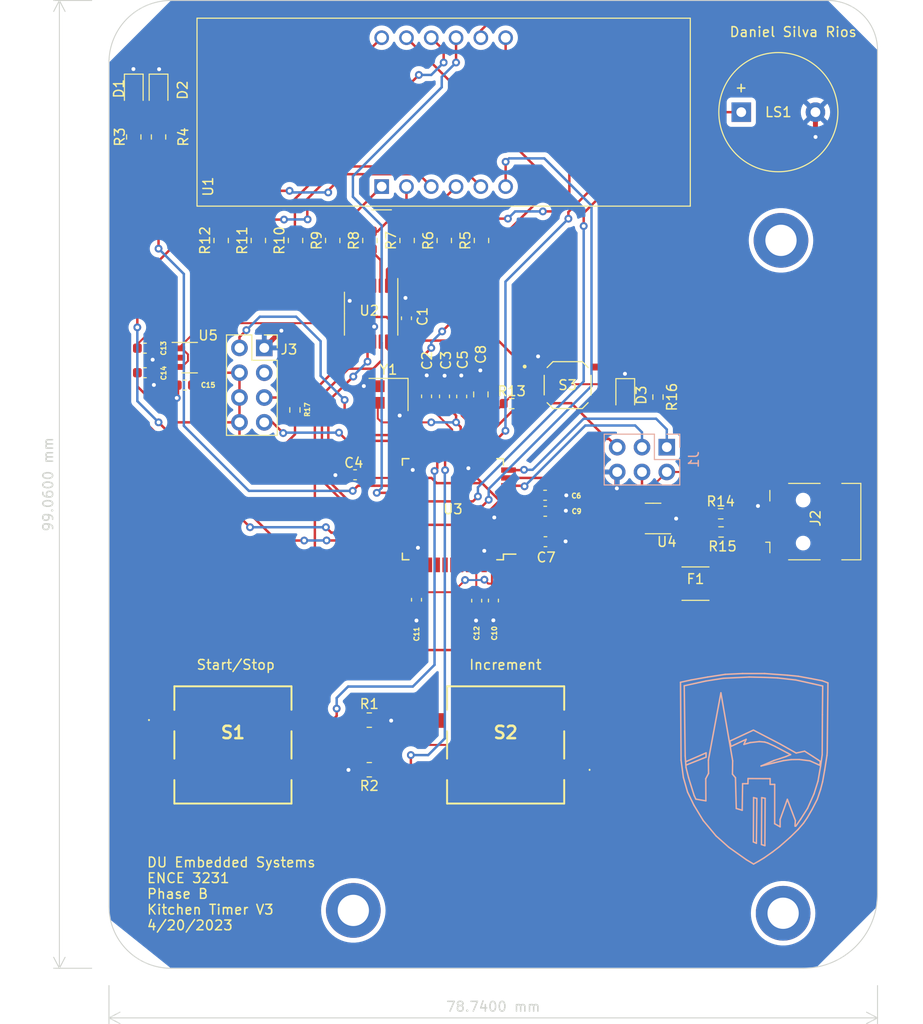
<source format=kicad_pcb>
(kicad_pcb (version 20221018) (generator pcbnew)
  (layers (0 "F.Cu" signal) (31 "B.Cu" signal) (34 "B.Paste" user) (35 "F.Paste" user) (36 "B.SilkS" user "B.Silkscreen") (37 "F.SilkS" user "F.Silkscreen") (38 "B.Mask" user) (39 "F.Mask" user) (44 "Edge.Cuts" user))
  (net 0 "")
  (net 1 "+5V")
  (net 2 "GND")
  (net 3 "XTAL1")
  (net 4 "XTAL2")
  (net 5 "/UCAP")
  (net 6 "/AREF")
  (net 7 "+3.3V")
  (net 8 "Net-(U5-BP)")
  (net 9 "Net-(D1-A)")
  (net 10 "Net-(D2-A)")
  (net 11 "Net-(D3-A)")
  (net 12 "Net-(J2-VBUS)")
  (net 13 "MISO")
  (net 14 "SCK")
  (net 15 "MOSI")
  (net 16 "RST")
  (net 17 "Net-(J2-D-)")
  (net 18 "Net-(J2-D+)")
  (net 20 "unconnected-(J2-Shield-Pad6)")
  (net 21 "TX")
  (net 23 "Net-(J3-Pin_5)")
  (net 24 "RX")
  (net 25 "Buzzer")
  (net 26 "Button_1")
  (net 27 "Button_2")
  (net 28 "RED_LED")
  (net 29 "GREEN_LED")
  (net 30 "a")
  (net 31 "Net-(U1-a)")
  (net 32 "b")
  (net 33 "Net-(U1-b)")
  (net 34 "c")
  (net 35 "Net-(U1-c)")
  (net 36 "d")
  (net 37 "Net-(U1-d)")
  (net 38 "e")
  (net 39 "Net-(U1-e)")
  (net 40 "f")
  (net 41 "Net-(U1-f)")
  (net 42 "g")
  (net 43 "Net-(U1-g)")
  (net 44 "dp")
  (net 45 "Net-(U1-DPX)")
  (net 46 "USB_CONN_D+")
  (net 47 "USB_CONN_D-")
  (net 52 "Dig4")
  (net 53 "Dig3")
  (net 54 "Dig2")
  (net 55 "Dig1")
  (net 57 "SH_CP")
  (net 58 "ST_CP")
  (net 59 "DS")
  (net 60 "USB_D-")
  (net 61 "USB_D+")
  (footprint "MountingHole:MountingHole_3.2mm_M3_DIN965_Pad" (layer "F.Cu") (at 132.984544 147.747431)
    (fp_text reference "REF**" hide)
    (fp_text value "MountingHole_3.2mm_M3_DIN965_Pad")
  )
  (footprint "Resistor_SMD:R_0805_2012Metric" (layer "F.Cu") (at 146.114167 79.175818 90)
    (fp_text reference "R5")
    (fp_text value "100")
  )
  (footprint "Resistor_SMD:R_0603_1608Metric" (layer "F.Cu") (at 127 96.52 90)
    (fp_text reference "R17")
    (fp_text value "10k")
  )
  (footprint "Resistor_SMD:R_0805_2012Metric" (layer "F.Cu") (at 134.684167 79.175818 90)
    (fp_text reference "R8")
    (fp_text value "100")
  )
  (footprint "Capacitor_SMD:C_0603_1608Metric" (layer "F.Cu") (at 111.635 90.2)
    (fp_text reference "C13")
    (fp_text value "1uF")
  )
  (footprint "MountingHole:MountingHole_3.2mm_M3_DIN965_Pad" (layer "F.Cu") (at 177.018978 148.038539)
    (fp_text reference "REF**" hide)
    (fp_text value "MountingHole_3.2mm_M3_DIN965_Pad")
  )
  (footprint "LED_SMD:LED_0805_2012Metric" (layer "F.Cu") (at 160.845 95.0025 -90)
    (fp_text reference "D3")
    (fp_text value "LED")
  )
  (footprint "Connector_USB:USB_Mini-B_Lumberg_2486_01_Horizontal" (layer "F.Cu") (at 179.07 107.95 90)
    (fp_text reference "J2")
    (fp_text value "USB_B_Mini")
  )
  (footprint "Resistor_SMD:R_0805_2012Metric" (layer "F.Cu") (at 138.494167 79.175818 90)
    (fp_text reference "R7")
    (fp_text value "100")
  )
  (footprint "Capacitor_SMD:C_0603_1608Metric" (layer "F.Cu") (at 144.085597 95.142361 90)
    (fp_text reference "C5")
    (fp_text value "0.1uF")
  )
  (footprint "LED_SMD:LED_0805_2012Metric" (layer "F.Cu") (at 113.03 63.8325 -90)
    (fp_text reference "D2")
    (fp_text value "LED")
  )
  (footprint "Resistor_SMD:R_0805_2012Metric" (layer "F.Cu") (at 110.49 68.58 90)
    (fp_text reference "R3")
    (fp_text value "330")
  )
  (footprint "Resistor_SMD:R_0805_2012Metric" (layer "F.Cu") (at 142.304167 79.175818 90)
    (fp_text reference "R6")
    (fp_text value "100")
  )
  (footprint "Resistor_SMD:R_0603_1608Metric" (layer "F.Cu") (at 149.211135 95.870623)
    (fp_text reference "R13")
    (fp_text value "10k")
  )
  (footprint "Capacitor_SMD:C_0603_1608Metric" (layer "F.Cu") (at 140.488764 95.124911 -90)
    (fp_text reference "C2")
    (fp_text value "22p")
  )
  (footprint "Crystal:Crystal_SMD_Abracon_ABM8G-4Pin_3.2x2.5mm" (layer "F.Cu") (at 136.59047 94.94147 180)
    (fp_text reference "Y1")
    (fp_text value "16MHz")
  )
  (footprint "Capacitor_SMD:C_0603_1608Metric" (layer "F.Cu") (at 145.625107 116.041761 -90)
    (fp_text reference "C12")
    (fp_text value "0.1uF")
  )
  (footprint "Resistor_SMD:R_0805_2012Metric" (layer "F.Cu") (at 134.62 128.27)
    (fp_text reference "R1")
    (fp_text value "10k")
  )
  (footprint "Package_SO:TSSOP-16_4.4x5mm_P0.65mm" (layer "F.Cu") (at 134.807297 86.667577 -90)
    (fp_text reference "U2")
    (fp_text value "74HC595")
  )
  (footprint "Capacitor_SMD:C_0603_1608Metric" (layer "F.Cu") (at 115.725 93.98 180)
    (fp_text reference "C15")
    (fp_text value "10nF")
  )
  (footprint "Capacitor_SMD:C_0603_1608Metric" (layer "F.Cu") (at 152.646806 106.893264)
    (fp_text reference "C9")
    (fp_text value "1uF")
  )
  (footprint "LED_SMD:LED_0805_2012Metric" (layer "F.Cu") (at 110.49 63.8325 -90)
    (fp_text reference "D1")
    (fp_text value "LED")
  )
  (footprint "Resistor_SMD:R_0603_1608Metric" (layer "F.Cu") (at 164.196361 95.202674 -90)
    (fp_text reference "R16")
    (fp_text value "1k")
  )
  (footprint "Capacitor_SMD:C_0603_1608Metric" (layer "F.Cu") (at 152.66918 110.009211)
    (fp_text reference "C7")
    (fp_text value "0.1uF")
  )
  (footprint "Resistor_SMD:R_0603_1608Metric" (layer "F.Cu") (at 170.625 107.151492 180)
    (fp_text reference "R14")
    (fp_text value "22")
  )
  (footprint "Package_QFP:TQFP-44_10x10mm_P0.8mm" (layer "F.Cu") (at 143.185 106.68 180)
    (fp_text reference "U3")
    (fp_text value "ATmega32U4-A")
  )
  (footprint "Capacitor_SMD:C_0603_1608Metric" (layer "F.Cu") (at 111.635 92.71)
    (fp_text reference "C14")
    (fp_text value "2.2uF")
  )
  (footprint "PTS526_SMD_Button:PTS526_SMD_Button" (layer "F.Cu") (at 154.94 93.98)
    (fp_text reference "S3")
    (fp_text value "PTS526_SM08_SMTR2_LFS")
  )
  (footprint "PTS125_SMD_Button:PTS125_SMD_Button" (layer "F.Cu") (at 120.65 130.81)
    (fp_text reference "S1")
    (fp_text value "PTS125SM43SMTR21M_LFS" hide)
  )
  (footprint "Capacitor_SMD:C_0603_1608Metric" (layer "F.Cu") (at 138.43 87.135 90)
    (fp_text reference "C1")
    (fp_text value "0.1u")
  )
  (footprint "Connector_PinSocket_2.54mm:PinSocket_2x04_P2.54mm_Vertical" (layer "F.Cu") (at 123.86 90.17)
    (fp_text reference "J3")
    (fp_text value "ESP_Conn")
  )
  (footprint "Capacitor_SMD:C_0603_1608Metric" (layer "F.Cu") (at 152.632379 105.257668)
    (fp_text reference "C6")
    (fp_text value "0.1uF")
  )
  (footprint "Resistor_SMD:R_0805_2012Metric" (layer "F.Cu") (at 119.444167 79.175818 90)
    (fp_text reference "R12")
    (fp_text value "100")
  )
  (footprint "MountingHole:MountingHole_3.2mm_M3_DIN965_Pad" (layer "F.Cu") (at 176.800761 79.162679)
    (fp_text reference "REF**" hide)
    (fp_text value "MountingHole_3.2mm_M3_DIN965_Pad")
  )
  (footprint "Fuse:Fuse_1812_4532Metric" (layer "F.Cu") (at 168.0425 114.3 180)
    (fp_text reference "F1")
    (fp_text value "PTCSMD")
  )
  (footprint "Buzzer_Beeper:Buzzer_12x9.5RM7.6" (layer "F.Cu") (at 172.73 66.04)
    (fp_text reference "LS1")
    (fp_text value "Speaker")
  )
  (footprint "Resistor_SMD:R_0805_2012Metric" (layer "F.Cu") (at 123.254167 79.175818 90)
    (fp_text reference "R11")
    (fp_text value "100")
  )
  (footprint "Resistor_SMD:R_0805_2012Metric" (layer "F.Cu") (at 134.62 133.35 180)
    (fp_text reference "R2")
    (fp_text value "10k")
  )
  (footprint "Capacitor_SMD:C_0805_2012Metric" (layer "F.Cu") (at 146.05 94.93 90)
    (fp_text reference "C8")
    (fp_text value "10uF")
  )
  (footprint "Display_7Segment:CA56-12EWA" (layer "F.Cu") (at 135.89 73.66 90)
    (fp_text reference "U1")
    (fp_text value "CA56-12EWA")
  )
  (footprint "Package_TO_SOT_SMD:SOT-23-6" (layer "F.Cu") (at 163.6975 107.63 180)
    (fp_text reference "U4")
    (fp_text value "USBLC6-2SC6")
  )
  (footprint "Capacitor_SMD:C_0603_1608Metric" (layer "F.Cu") (at 142.324588 95.133823 90)
    (fp_text reference "C3")
    (fp_text value "22p")
  )
  (footprint "Capacitor_SMD:C_0603_1608Metric" (layer "F.Cu") (at 133.163599 103.156691 180)
    (fp_text reference "C4")
    (fp_text value "0.1uF")
  )
  (footprint "Package_TO_SOT_SMD:SOT-23-5" (layer "F.Cu") (at 116.215 91.17)
    (fp_text reference "U5")
    (fp_text value "LP2985-3.3")
  )
  (footprint "Resistor_SMD:R_0805_2012Metric" (layer "F.Cu") (at 127.064167 79.175818 90)
    (fp_text reference "R10")
    (fp_text value "100")
  )
  (footprint "Capacitor_SMD:C_0603_1608Metric" (layer "F.Cu") (at 147.33969 116.030481 -90)
    (fp_text reference "C10")
    (fp_text value "0.1uF")
  )
  (footprint "Resistor_SMD:R_0805_2012Metric" (layer "F.Cu") (at 130.874167 79.175818 90)
    (fp_text reference "R9")
    (fp_text value "100")
  )
  (footprint "Resistor_SMD:R_0603_1608Metric" (layer "F.Cu") (at 170.660295 109.009638 180)
    (fp_text reference "R15")
    (fp_text value "22")
  )
  (footprint "Capacitor_SMD:C_0603_1608Metric" (layer "F.Cu") (at 139.45713 115.951623 -90)
    (fp_text reference "C11")
    (fp_text value "0.1uF")
  )
  (footprint "Resistor_SMD:R_0805_2012Metric" (layer "F.Cu") (at 113.03 68.58 90)
    (fp_text reference "R4")
    (fp_text value "330")
  )
  (footprint "PTS125_SMD_Button:PTS125_SMD_Button" (layer "F.Cu") (at 148.59 130.81 180)
    (fp_text reference "S2")
    (fp_text value "PTS125SM43SMTR21M_LFS" hide)
  )
  (footprint "Connector_PinSocket_2.54mm:PinSocket_2x03_P2.54mm_Vertical" (layer "B.Cu") (at 165.1 100.33 90)
    (fp_text reference "J1")
    (fp_text value "AVR-ISP-6" hide)
  )
  (gr_line (start 179.887425 124.021316) (end 181.019602 124.240111) (stroke (width 0.15)) (layer "B.SilkS"))
  (gr_line (start 180.856766 132.984624) (end 180.591881 134.518649) (stroke (width 0.15)) (layer "B.SilkS"))
  (gr_line (start 167.890542 136.995777) (end 167.22714 135.633747) (stroke (width 0.15)) (layer "B.SilkS"))
  (gr_line (start 181.61 124.46) (end 181.535554 131.613074) (stroke (width 0.15)) (layer "B.SilkS"))
  (gr_line (start 178.316108 124.162186) (end 180.054353 124.545623) (stroke (width 0.15)) (layer "B.SilkS"))
  (gr_line (start 176.674766 132.211885) (end 176.10063 132.393754) (stroke (width 0.15)) (layer "B.SilkS"))
  (gr_line (start 176.154631 134.848775) (end 176.154631 138.876384) (stroke (width 0.15)) (layer "B.SilkS"))
  (gr_line (start 171.827379 133.795992) (end 172.137167 134.169052) (stroke (width 0.15)) (layer "B.SilkS"))
  (gr_line (start 178.549344 139.466282) (end 177.748914 140.252461) (stroke (width 0.15)) (layer "B.SilkS"))
  (gr_line (start 168.079122 136.360397) (end 167.902421 135.990071) (stroke (width 0.15)) (layer "B.SilkS"))
  (gr_line (start 180.521232 136.367845) (end 179.978998 137.421148) (stroke (width 0.15)) (layer "B.SilkS"))
  (gr_line (start 176.154631 138.876384) (end 176.712613 139.190883) (stroke (width 0.15)) (layer "B.SilkS"))
  (gr_line (start 177.038504 132.418717) (end 177.840868 132.311735) (stroke (width 0.15)) (layer "B.SilkS"))
  (gr_line (start 169.123655 132.059423) (end 167.086169 132.867303) (stroke (width 0.15)) (layer "B.SilkS"))
  (gr_line (start 175.441861 130.610335) (end 176.196914 130.963764) (stroke (width 0.15)) (layer "B.SilkS"))
  (gr_line (start 172.999989 130.75492) (end 173.647177 130.569025) (stroke (width 0.15)) (layer "B.SilkS"))
  (gr_line (start 172.137167 134.169052) (end 172.218328 137.314037) (stroke (width 0.15)) (layer "B.SilkS"))
  (gr_line (start 174.825742 136.20939) (end 174.798736 141.005645) (stroke (width 0.15)) (layer "B.SilkS"))
  (gr_line (start 179.110749 138.815726) (end 178.549344 139.466282) (stroke (width 0.15)) (layer "B.SilkS"))
  (gr_line (start 178.67176 132.301037) (end 179.762975 132.436547) (stroke (width 0.15)) (layer "B.SilkS"))
  (gr_line (start 181.063465 134.572865) (end 180.85779 135.358169) (stroke (width 0.15)) (layer "B.SilkS"))
  (gr_line (start 177.840868 132.311735) (end 178.67176 132.301037) (stroke (width 0.15)) (layer "B.SilkS"))
  (gr_line (start 174.280222 140.876017) (end 174.328833 136.285007) (stroke (width 0.15)) (layer "B.SilkS"))
  (gr_line (start 167.073171 133.124435) (end 166.983948 131.938292) (stroke (width 0.15)) (layer "B.SilkS"))
  (gr_line (start 169.27948 123.860431) (end 171.087194 123.586228) (stroke (width 0.15)) (layer "B.SilkS"))
  (gr_line (start 176.712613 139.190883) (end 176.712613 138.440145) (stroke (width 0.15)) (layer "B.SilkS"))
  (gr_line (start 173.993959 136.203989) (end 173.966953 140.735586) (stroke (width 0.15)) (layer "B.SilkS"))
  (gr_line (start 177.748914 140.252461) (end 176.659483 141.207874) (stroke (width 0.15)) (layer "B.SilkS"))
  (gr_line (start 174.5325 142.695033) (end 173.991041 143.003943) (stroke (width 0.15)) (layer "B.SilkS"))
  (gr_line (start 170.152233 140.126573) (end 168.833999 138.54943) (stroke (width 0.15)) (layer "B.SilkS"))
  (gr_line (start 172.827035 137.496649) (end 172.867615 134.777759) (stroke (width 0.15)) (layer "B.SilkS"))
  (gr_line (start 168.079122 136.360397) (end 169.103779 136.532864) (stroke (width 0.15)) (layer "B.SilkS"))
  (gr_line (start 172.862142 123.501907) (end 175.117719 123.501907) (stroke (width 0.15)) (layer "B.SilkS"))
  (gr_line (start 180.187823 135.80429) (end 179.518655 137.304691) (stroke (width 0.15)) (layer "B.SilkS"))
  (gr_line (start 179.762975 132.436547) (end 180.772171 132.893003) (stroke (width 0.15)) (layer "B.SilkS"))
  (gr_line (start 181.021453 131.824659) (end 180.856766 132.984624) (stroke (width 0.15)) (layer "B.SilkS"))
  (gr_line (start 174.798736 141.005645) (end 175.149813 141.11907) (stroke (width 0.15)) (layer "B.SilkS"))
  (gr_line (start 173.647177 130.569025) (end 174.583534 130.468046) (stroke (width 0.15)) (layer "B.SilkS"))
  (gr_line (start 175.110304 123.894684) (end 176.450051 123.952575) (stroke (width 0.15)) (layer "B.SilkS"))
  (gr_line (start 166.79857 134.124947) (end 166.563737 132.363702) (stroke (width 0.15)) (layer "B.SilkS"))
  (gr_line (start 181.073446 124.778711) (end 181.042945 127.71697) (stroke (width 0.15)) (layer "B.SilkS"))
  (gr_line (start 170.644413 125.479356) (end 171.85025 132.435143) (stroke (width 0.15)) (layer "B.SilkS"))
  (gr_line (start 173.991041 143.003943) (end 173.24827 142.556197) (stroke (width 0.15)) (layer "B.SilkS"))
  (gr_line (start 179.220934 131.448748) (end 178.354381 131.641315) (stroke (width 0.15)) (layer "B.SilkS"))
  (gr_line (start 168.833999 138.54943) (end 167.890542 136.995777) (stroke (width 0.15)) (layer "B.SilkS"))
  (gr_line (start 169.128736 131.622456) (end 169.123655 132.059423) (stroke (width 0.15)) (layer "B.SilkS"))
  (gr_line (start 178.354381 131.641315) (end 176.728257 130.724837) (stroke (width 0.15)) (layer "B.SilkS"))
  (gr_line (start 176.659483 141.207874) (end 175.933197 141.765558) (stroke (width 0.15)) (layer "B.SilkS"))
  (gr_line (start 166.505571 124.396775) (end 167.578261 124.162125) (stroke (width 0.15)) (layer "B.SilkS"))
  (gr_line (start 167.02856 132.531364) (end 169.128736 131.622456) (stroke (width 0.15)) (layer "B.SilkS"))
  (gr_line (start 169.362231 132.364771) (end 170.644413 125.479356) (stroke (width 0.15)) (layer "B.SilkS"))
  (gr_line (start 174.583534 130.468046) (end 175.132037 130.51624) (stroke (width 0.15)) (layer "B.SilkS"))
  (gr_line (start 174.328833 136.285007) (end 173.993959 136.203989) (stroke (width 0.15)) (layer "B.SilkS"))
  (gr_line (start 170.90912 123.985655) (end 173.547265 123.861604) (stroke (width 0.15)) (layer "B.SilkS"))
  (gr_line (start 179.518655 137.304691) (end 178.824442 138.396374) (stroke (width 0.15)) (layer "B.SilkS"))
  (gr_line (start 177.470263 123.670549) (end 178.574656 123.781683) (stroke (width 0.15)) (layer "B.SilkS"))
  (gr_line (start 180.054353 124.545623) (end 181.073446 124.778711) (stroke (width 0.15)) (layer "B.SilkS"))
  (gr_line (start 166.563737 132.363702) (end 166.505571 124.396775) (stroke (width 0.15)) (layer "B.SilkS"))
  (gr_line (start 172.218328 137.314037) (end 172.827035 137.496649) (stroke (width 0.15)) (layer "B.SilkS"))
  (gr_line (start 176.728257 130.724837) (end 173.975257 129.291281) (stroke (width 0.15)) (layer "B.SilkS"))
  (gr_line (start 173.966953 140.735586) (end 174.280222 140.876017) (stroke (width 0.15)) (layer "B.SilkS"))
  (gr_line (start 169.377002 133.722891) (end 169.362231 132.364771) (stroke (width 0.15)) (layer "B.SilkS"))
  (gr_line (start 176.10063 132.639813) (end 177.038504 132.418717) (stroke (width 0.15)) (layer "B.SilkS"))
  (gr_line (start 175.132037 130.51624) (end 175.441861 130.610335) (stroke (width 0.15)) (layer "B.SilkS"))
  (gr_line (start 179.978998 137.421148) (end 179.486625 138.268778) (stroke (width 0.15)) (layer "B.SilkS"))
  (gr_line (start 167.578261 124.162125) (end 169.27948 123.860431) (stroke (width 0.15)) (layer "B.SilkS"))
  (gr_line (start 169.093633 134.270504) (end 169.377002 133.722891) (stroke (width 0.15)) (layer "B.SilkS"))
  (gr_line (start 175.176819 136.268804) (end 174.825742 136.20939) (stroke (width 0.15)) (layer "B.SilkS"))
  (gr_line (start 180.772171 132.893003) (end 180.83636 132.493604) (stroke (width 0.15)) (layer "B.SilkS"))
  (gr_line (start 180.83636 132.493604) (end 180.112449 132.015752) (stroke (width 0.15)) (layer "B.SilkS"))
  (gr_line (start 173.24827 142.556197) (end 171.457289 141.289322) (stroke (width 0.15)) (layer "B.SilkS"))
  (gr_line (start 177.787377 131.801788) (end 177.273864 132.012186) (stroke (width 0.15)) (layer "B.SilkS"))
  (gr_line (start 176.196914 130.963764) (end 177.787377 131.801788) (stroke (width 0.15)) (layer "B.SilkS"))
  (gr_line (start 180.85779 135.358169) (end 180.521232 136.367845) (stroke (width 0.15)) (layer "B.SilkS"))
  (gr_line (start 173.547265 123.861604) (end 175.110304 123.894684) (stroke (width 0.15)) (layer "B.SilkS"))
  (gr_line (start 178.234379 139.130012) (end 178.27496 138.551741) (stroke (width 0.15)) (layer "B.SilkS"))
  (gr_line (start 169.11452 124.266836) (end 170.90912 123.985655) (stroke (width 0.15)) (layer "B.SilkS"))
  (gr_line (start 176.450051 123.952575) (end 178.316108 124.162186) (stroke (width 0.15)) (layer "B.SilkS"))
  (gr_line (start 177.273864 132.012186) (end 176.674766 132.211885) (stroke (width 0.15)) (layer "B.SilkS"))
  (gr_line (start 171.682663 130.959174) (end 173.234078 130.236251) (stroke (width 0.15)) (layer "B.SilkS"))
  (gr_line (start 169.103779 136.532864) (end 169.093633 134.270504) (stroke (width 0.15)) (layer "B.SilkS"))
  (gr_line (start 178.574656 123.781683) (end 179.887425 124.021316) (stroke (width 0.15)) (layer "B.SilkS"))
  (gr_line (start 176.10063 132.393754) (end 174.756225 132.96789) (stroke (width 0.15)) (layer "B.SilkS"))
  (gr_line (start 179.486625 138.268778) (end 179.110749 138.815726) (stroke (width 0.15)) (layer "B.SilkS"))
  (gr_line (start 173.975257 129.291281) (end 171.553901 130.421722) (stroke (width 0.15)) (layer "B.SilkS"))
  (gr_line (start 174.756225 132.96789) (end 176.10063 132.639813) (stroke (width 0.15)) (layer "B.SilkS"))
  (gr_line (start 181.535554 131.613074) (end 181.50938 131.895503) (stroke (width 0.15)) (layer "B.SilkS"))
  (gr_line (start 172.867615 134.777759) (end 173.415451 134.777759) (stroke (width 0.15)) (layer "B.SilkS"))
  (gr_line (start 175.081539 142.362151) (end 174.5325 142.695033) (stroke (width 0.15)) (layer "B.SilkS"))
  (gr_line (start 178.824442 138.396374) (end 178.316836 139.127789) (stroke (width 0.15)) (layer "B.SilkS"))
  (gr_line (start 175.149813 141.11907) (end 175.176819 136.268804) (stroke (width 0.15)) (layer "B.SilkS"))
  (gr_line (start 181.50938 131.895503) (end 181.277179 133.381592) (stroke (width 0.15)) (layer "B.SilkS"))
  (gr_line (start 181.019602 124.240111) (end 181.61 124.46) (stroke (width 0.15)) (layer "B.SilkS"))
  (gr_line (start 173.425596 134.250213) (end 175.687956 134.260358) (stroke (width 0.15)) (layer "B.SilkS"))
  (gr_line (start 173.234078 130.236251) (end 172.999989 130.75492) (stroke (width 0.15)) (layer "B.SilkS"))
  (gr_line (start 178.27496 138.551741) (end 177.453206 136.380687) (stroke (width 0.15)) (layer "B.SilkS"))
  (gr_line (start 171.85025 132.435143) (end 171.827379 133.795992) (stroke (width 0.15)) (layer "B.SilkS"))
  (gr_line (start 180.112449 132.015752) (end 179.220934 131.448748) (stroke (width 0.15)) (layer "B.SilkS"))
  (gr_line (start 171.457289 141.289322) (end 170.152233 140.126573) (stroke (width 0.15)) (layer "B.SilkS"))
  (gr_line (start 173.415451 134.777759) (end 173.425596 134.250213) (stroke (width 0.15)) (layer "B.SilkS"))
  (gr_line (start 181.277179 133.381592) (end 181.063465 134.572865) (stroke (width 0.15)) (layer "B.SilkS"))
  (gr_line (start 167.22714 135.633747) (end 166.79857 134.124947) (stroke (width 0.15)) (layer "B.SilkS"))
  (gr_line (start 175.687956 134.260358) (end 175.687956 134.848775) (stroke (width 0.15)) (layer "B.SilkS"))
  (gr_line (start 171.553901 130.421722) (end 171.682663 130.959174) (stroke (width 0.15)) (layer "B.SilkS"))
  (gr_line (start 167.902421 135.990071) (end 167.325095 134.147876) (stroke (width 0.15)) (layer "B.SilkS"))
  (gr_line (start 181.042945 127.71697) (end 181.021453 131.824659) (stroke (width 0.15)) (layer "B.SilkS"))
  (gr_line (start 171.087194 123.586228) (end 172.862142 123.501907) (stroke (width 0.15)) (layer "B.SilkS"))
  (gr_line (start 180.591881 134.518649) (end 180.187823 135.80429) (stroke (width 0.15)) (layer "B.SilkS"))
  (gr_line (start 175.117719 123.501907) (end 177.470263 123.670549) (stroke (width 0.15)) (layer "B.SilkS"))
  (gr_line (start 175.933197 141.765558) (end 175.081539 142.362151) (stroke (width 0.15)) (layer "B.SilkS"))
  (gr_line (start 176.712613 138.440145) (end 177.453206 136.380687) (stroke (width 0.15)) (layer "B.SilkS"))
  (gr_line (start 166.889877 124.754769) (end 169.11452 124.266836) (stroke (width 0.15)) (layer "B.SilkS"))
  (gr_line (start 166.983948 131.938292) (end 166.889877 124.754769) (stroke (width 0.15)) (layer "B.SilkS"))
  (gr_line (start 175.687956 134.848775) (end 176.154631 134.848775) (stroke (width 0.15)) (layer "B.SilkS"))
  (gr_line (start 167.325095 134.147876) (end 167.073171 133.124435) (stroke (width 0.15)) (layer "B.SilkS"))
  (gr_arc (start 114.3 153.67) (mid 109.809872 151.810128) (end 107.95 147.32) (stroke (width 0.1)) (layer "Edge.Cuts"))
  (gr_arc (start 110.49 55.88) (mid 112.291954 54.935861) (end 114.3 54.61) (stroke (width 0.1)) (layer "Edge.Cuts"))
  (gr_line (start 114.3 54.61) (end 181.61 54.61) (stroke (width 0.1)) (layer "Edge.Cuts"))
  (gr_line (start 186.69 146.05) (end 186.69 59.69) (stroke (width 0.1)) (layer "Edge.Cuts"))
  (gr_arc (start 181.61 54.61) (mid 185.202102 56.097898) (end 186.69 59.69) (stroke (width 0.1)) (layer "Edge.Cuts"))
  (gr_arc (start 186.69 146.05) (mid 184.458154 151.438154) (end 179.07 153.67) (stroke (width 0.1)) (layer "Edge.Cuts"))
  (gr_arc (start 107.95 60.96) (mid 108.620387 58.120194) (end 110.49 55.88) (stroke (width 0.1)) (layer "Edge.Cuts"))
  (gr_line (start 107.95 60.96) (end 107.95 147.32) (stroke (width 0.1)) (layer "Edge.Cuts"))
  (gr_line (start 114.3 153.67) (end 179.07 153.67) (stroke (width 0.1)) (layer "Edge.Cuts"))
  (gr_text "DU Embedded Systems\nENCE 3231\nPhase B \nKitchen Timer V3 \n4/20/2023" (at 111.76 149.86) (layer "F.SilkS") (effects (font (size 1 1)) (justify left bottom)))
  (gr_text "Increment " (at 144.78 123.19) (layer "F.SilkS") (effects (font (size 1 1)) (justify left bottom)))
  (gr_text "Start/Stop" (at 116.84 123.19) (layer "F.SilkS") (effects (font (size 1 1)) (justify left bottom)))
  (gr_text "Daniel Silva Rios " (at 171.45 58.42) (layer "F.SilkS") (effects (font (size 1 1)) (justify left bottom)))
  (dimension (type aligned) (layer "Edge.Cuts") (pts (xy 107.95 154.94) (xy 186.69 154.94)) (height 3.809999) (gr_text "78.7400 mm" (at 147.32 157.599999) (layer "Edge.Cuts") (effects (font (size 1 1) (thickness 0.15)))) (format (prefix "") (suffix "") (units 3) (units_format 1) (precision 4)) (style (thickness 0.1) (arrow_length 1.27) (text_position_mode 0) (extension_height 0.58642) (extension_offset 0.5) keep_text_aligned))
  (dimension (type aligned) (layer "Edge.Cuts") (pts (xy 106.68 153.67) (xy 106.68 54.61)) (height -3.81) (gr_text "99.0600 mm" (at 101.72 104.14 90) (layer "Edge.Cuts") (effects (font (size 1 1) (thickness 0.15)))) (format (prefix "") (suffix "") (units 3) (units_format 1) (precision 4)) (style (thickness 0.1) (arrow_length 1.27) (text_position_mode 0) (extension_height 0.58642) (extension_offset 0.5) keep_text_aligned))
  (segment (start 161.866366 91.900963) (end 164.196361 94.230958) (width 0.2032) (layer "F.Cu") (net 1))
  (segment (start 163.705646 112.100646) (end 165.905 114.3) (width 0.2032) (layer "F.Cu") (net 1))
  (segment (start 138.450866 89.421898) (end 138.450866 87.930866) (width 0.25) (layer "F.Cu") (net 1))
  (segment (start 147.185 115.100791) (end 147.185 114.3) (width 0.2032) (layer "F.Cu") (net 1))
  (segment (start 115.0775 90.22) (end 115.428659 90.22) (width 0.2032) (layer "F.Cu") (net 1))
  (segment (start 146.05 108.882572) (end 147.047428 109.88) (width 0.25) (layer "F.Cu") (net 1))
  (segment (start 148.885 105.88) (end 151.235047 105.88) (width 0.25) (layer "F.Cu") (net 1))
  (segment (start 146.176813 104.013187) (end 145.585 103.421375) (width 0.25) (layer "F.Cu") (net 1))
  (segment (start 155.74 130.01) (end 155.74 128.31) (width 0.2032) (layer "F.Cu") (net 1))
  (segment (start 163.708318 104.261682) (end 165.1 102.87) (width 0.2032) (layer "F.Cu") (net 1))
  (segment (start 147.885 105.88) (end 146.05 107.715) (width 0.25) (layer "F.Cu") (net 1))
  (segment (start 149.86 91.44) (end 149.86 93.375016) (width 0.25) (layer "F.Cu") (net 1))
  (segment (start 110.86 89.8) (end 110.86 90.2) (width 0.2032) (layer "F.Cu") (net 1))
  (segment (start 165.497674 94.377674) (end 168.91 97.79) (width 0.2032) (layer "F.Cu") (net 1))
  (segment (start 146.176813 104.013187) (end 141.522401 104.013187) (width 0.25) (layer "F.Cu") (net 1))
  (segment (start 143.190541 115.176623) (end 144.43506 113.932104) (width 0.2032) (layer "F.Cu") (net 1))
  (segment (start 167.64 102.87) (end 165.1 102.87) (width 0.2032) (layer "F.Cu") (net 1))
  (segment (start 133.182297 87.818) (end 133.360149 87.640149) (width 0.25) (layer "F.Cu") (net 1))
  (segment (start 138.450866 87.930866) (end 138.43 87.91) (width 0.25) (layer "F.Cu") (net 1))
  (segment (start 148.386135 95.870623) (end 145.585 98.671758) (width 0.2032) (layer "F.Cu") (net 1))
  (segment (start 116.0416 90.832941) (end 116.0416 91.507059) (width 0.2032) (layer "F.Cu") (net 1))
  (segment (start 164.196361 94.230958) (end 164.196361 94.377674) (width 0.2032) (layer "F.Cu") (net 1))
  (segment (start 147.047428 109.88) (end 148.885 109.88) (width 0.25) (layer "F.Cu") (net 1))
  (segment (start 147.185 114.3) (end 147.185 112.38) (width 0.2032) (layer "F.Cu") (net 1))
  (segment (start 115.0775 90.22) (end 117.657351 87.640149) (width 0.2032) (layer "F.Cu") (net 1))
  (segment (start 138.014525 89.858239) (end 138.450866 89.421898) (width 0.25) (layer "F.Cu") (net 1))
  (segment (start 148.885 105.88) (end 147.885 105.88) (width 0.25) (layer "F.Cu") (net 1))
  (segment (start 144.085597 95.917361) (end 144.085597 97.095597) (width 0.2032) (layer "F.Cu") (net 1))
  (segment (start 115.428659 92.12) (end 115.0775 92.12) (width 0.2032) (layer "F.Cu") (net 1))
  (segment (start 163.690678 108.409519) (end 163.705646 108.409519) (width 0.2032) (layer "F.Cu") (net 1))
  (segment (start 162.56 107.63) (end 162.952248 107.63) (width 0.2032) (layer "F.Cu") (net 1))
  (segment (start 146.05 107.715) (end 146.05 108.882572) (width 0.25) (layer "F.Cu") (net 1))
  (segment (start 139.185 114.904493) (end 139.185 112.38) (width 0.2032) (layer "F.Cu") (net 1))
  (segment (start 133.182297 89.530077) (end 133.182297 87.818) (width 0.25) (layer "F.Cu") (net 1))
  (segment (start 162.952248 107.63) (end 163.708318 106.87393) (width 0.2032) (layer "F.Cu") (net 1))
  (segment (start 115.0775 90.22) (end 113.7575 88.9) (width 0.2032) (layer "F.Cu") (net 1))
  (segment (start 117.657351 87.640149) (end 133.360149 87.640149) (width 0.2032) (layer "F.Cu") (net 1))
  (segment (start 115.428659 90.22) (end 116.0416 90.832941) (width 0.2032) (layer "F.Cu") (net 1))
  (segment (start 145.585 99.06) (end 145.585 100.98) (width 0.2032) (layer "F.Cu") (net 1))
  (segment (start 162.56 107.63) (end 162.911159 107.63) (width 0.2032) (layer "F.Cu") (net 1))
  (segment (start 151.764969 109.88) (end 148.885 109.88) (width 0.2032) (layer "F.Cu") (net 1))
  (segment (start 163.708318 106.87393) (end 163.708318 104.261682) (width 0.2032) (layer "F.Cu") (net 1))
  (segment (start 136.381196 87.003291) (end 137.082297 87.704392) (width 0.25) (layer "F.Cu") (net 1))
  (segment (start 163.705646 108.409519) (end 163.705646 112.100646) (width 0.2032) (layer "F.Cu") (net 1))
  (segment (start 155.74 128.31) (end 155.74 124.465) (width 0.2032) (layer "F.Cu") (net 1))
  (segment (start 147.33969 115.255481) (end 147.185 115.100791) (width 0.2032) (layer "F.Cu") (net 1))
  (segment (start 145.585 98.671758) (end 145.585 99.06) (width 0.2032) (layer "F.Cu") (net 1))
  (segment (start 145.585 103.421375) (end 145.585 100.98) (width 0.25) (layer "F.Cu") (net 1))
  (segment (start 147.841898 89.421898) (end 149.86 91.44) (width 0.25) (layer "F.Cu") (net 1))
  (segment (start 146.05 95.88) (end 145.585 96.345) (width 0.2032) (layer "F.Cu") (net 1))
  (segment (start 140.989214 103.48) (end 137.485 103.48) (width 0.25) (layer "F.Cu") (net 1))
  (segment (start 137.410459 89.858239) (end 138.014525 89.858239) (width 0.25) (layer "F.Cu") (net 1))
  (segment (start 162.911159 107.63) (end 163.690678 108.409519) (width 0.2032) (layer "F.Cu") (net 1))
  (segment (start 148.885 105.88) (end 148.043625 105.88) (width 0.25) (layer "F.Cu") (net 1))
  (segment (start 144.085597 97.095597) (end 145.585 98.595) (width 0.2032) (layer "F.Cu") (net 1))
  (segment (start 138.450866 89.421898) (end 147.841898 89.421898) (width 0.25) (layer "F.Cu") (net 1))
  (segment (start 116.0416 91.507059) (end 115.428659 92.12) (width 0.2032) (layer "F.Cu") (net 1))
  (segment (start 164.196361 94.377674) (end 165.497674 94.377674) (width 0.2032) (layer "F.Cu") (net 1))
  (segment (start 133.938599 103.156691) (end 134.261908 103.48) (width 0.2032) (layer "F.Cu") (net 1))
  (segment (start 137.082297 89.530077) (end 137.410459 89.858239) (width 0.25) (layer "F.Cu") (net 1))
  (segment (start 137.082297 87.704392) (end 137.082297 89.530077) (width 0.25) (layer "F.Cu") (net 1))
  (segment (start 113.5 133.31) (end 116 130.81) (width 0.2032) (layer "F.Cu") (net 1))
  (segment (start 146.411428 113.897881) (end 146.813547 114.3) (width 0.2032) (layer "F.Cu") (net 1))
  (segment (start 113.7575 88.9) (end 111.76 88.9) (width 0.2032) (layer "F.Cu") (net 1))
  (segment (start 116 130.81) (end 154.94 130.81) (width 0.2032) (layer "F.Cu") (net 1))
  (segment (start 154.94 130.81) (end 155.74 130.01) (width 0.2032) (layer "F.Cu") (net 1))
  (segment (start 151.235047 105.88) (end 151.857379 105.257668) (width 0.25) (layer "F.Cu") (net 1))
  (segment (start 133.360149 87.640149) (end 133.997006 87.003291) (width 0.25) (layer "F.Cu") (net 1))
  (segment (start 134.261908 103.48) (end 137.485 103.48) (width 0.2032) (layer "F.Cu") (net 1))
  (segment (start 139.45713 115.176623) (end 139.185 114.904493) (width 0.2032) (layer "F.Cu") (net 1))
  (segment (start 147.185 110.017572) (end 147.047428 109.88) (width 0.2032) (layer "F.Cu") (net 1))
  (segment (start 148.043625 105.88) (end 146.176813 104.013187) (width 0.25) (layer "F.Cu") (net 1))
  (segment (start 149.86 93.375016) (end 150.370871 93.885887) (width 0.25) (layer "F.Cu") (net 1))
  (segment (start 151.89418 110.009211) (end 151.764969 109.88) (width 0.2032) (layer "F.Cu") (net 1))
  (segment (start 146.813547 114.3) (end 147.185 114.3) (width 0.2032) (layer "F.Cu") (net 1))
  (segment (start 160.044001 91.900963) (end 161.866366 91.900963) (width 0.2032) (layer "F.Cu") (net 1))
  (segment (start 145.585 96.345) (end 145.585 99.06) (width 0.2032) (layer "F.Cu") (net 1))
  (segment (start 145.585 98.595) (end 145.585 99.06) (width 0.2032) (layer "F.Cu") (net 1))
  (segment (start 139.45713 115.176623) (end 143.190541 115.176623) (width 0.2032) (layer "F.Cu") (net 1))
  (segment (start 111.76 88.9) (end 110.86 89.8) (width 0.2032) (layer "F.Cu") (net 1))
  (segment (start 141.522401 104.013187) (end 140.989214 103.48) (width 0.25) (layer "F.Cu") (net 1))
  (segment (start 150.370871 93.885887) (end 158.059077 93.885887) (width 0.2032) (layer "F.Cu") (net 1))
  (segment (start 147.185 112.38) (end 147.185 110.017572) (width 0.2032) (layer "F.Cu") (net 1))
  (segment (start 168.91 97.79) (end 168.91 101.6) (width 0.2032) (layer "F.Cu") (net 1))
  (segment (start 148.386135 95.870623) (end 150.370871 93.885887) (width 0.2032) (layer "F.Cu") (net 1))
  (segment (start 168.91 101.6) (end 167.64 102.87) (width 0.2032) (layer "F.Cu") (net 1))
  (segment (start 133.997006 87.003291) (end 136.381196 87.003291) (width 0.25) (layer "F.Cu") (net 1))
  (segment (start 155.74 124.465) (end 165.905 114.3) (width 0.2032) (layer "F.Cu") (net 1))
  (segment (start 158.059077 93.885887) (end 160.044001 91.900963) (width 0.2032) (layer "F.Cu") (net 1))
  (via (at 146.411428 113.897881) (size 0.8) (drill 0.4) (layers "F.Cu" "B.Cu") (net 1))
  (via (at 144.43506 113.932104) (size 0.8) (drill 0.4) (layers "F.Cu" "B.Cu") (net 1))
  (segment (start 144.43506 113.932104) (end 146.377205 113.932104) (width 0.2032) (layer "B.Cu") (net 1))
  (segment (start 146.377205 113.932104) (end 146.411428 113.897881) (width 0.2032) (layer "B.Cu") (net 1))
  (segment (start 137.536459 110.628541) (end 137.485 110.68) (width 0.508) (layer "F.Cu") (net 2))
  (segment (start 123.86 90.162778) (end 125.613968 88.40881) (width 0.508) (layer "F.Cu") (net 2))
  (segment (start 139.985 111.007463) (end 139.985 112.38) (width 0.508) (layer "F.Cu") (net 2))
  (segment (start 131.147296 103.191227) (end 132.354063 103.191227) (width 0.508) (layer "F.Cu") (net 2))
  (segment (start 132.487847 133.368055) (end 133.689445 133.368055) (width 0.508) (layer "F.Cu") (net 2))
  (segment (start 135.5325 128.27) (end 136.807895 128.27) (width 0.508) (layer "F.Cu") (net 2))
  (segment (start 133.689445 133.368055) (end 133.7075 133.35) (width 0.508) (layer "F.Cu") (net 2))
  (segment (start 112.634039 91.17) (end 112.42596 91.378079) (width 0.2032) (layer "F.Cu") (net 2))
  (segment (start 135.132297 88.007354) (end 135.119986 87.995043) (width 0.25) (layer "F.Cu") (net 2))
  (segment (start 140.488764 92.997399) (end 140.504517 92.981646) (width 0.508) (layer "F.Cu") (net 2))
  (segment (start 147.332021 116.81315) (end 147.33969 116.805481) (width 0.508) (layer "F.Cu") (net 2))
  (segment (start 159.982527 102.907473) (end 160.02 102.87) (width 0.508) (layer "F.Cu") (net 2))
  (segment (start 144.772138 102.488345) (end 144.772138 100.992862) (width 0.508) (layer "F.Cu") (net 2))
  (segment (start 180.33 68.57) (end 180.34 68.58) (width 0.508) (layer "F.Cu") (net 2))
  (segment (start 113.085611 61.642365) (end 113.085611 62.839389) (width 0.508) (layer "F.Cu") (net 2))
  (segment (start 146.05 92.527281) (end 145.996504 92.473785) (width 0.508) (layer "F.Cu") (net 2))
  (segment (start 148.907998 107.502998) (end 148.885 107.48) (width 0.508) (layer "F.Cu") (net 2))
  (segment (start 174.442224 106.35) (end 174.441654 106.34943) (width 0.508) (layer "F.Cu") (net 2))
  (segment (start 134.061906 94.077552) (end 135.476552 94.077552) (width 0.508) (layer "F.Cu") (net 2))
  (segment (start 139.45713 117.08287) (end 139.45398 117.08602) (width 0.508) (layer "F.Cu") (net 2))
  (segment (start 153.478452 106.836618) (end 153.421806 106.893264) (width 0.508) (layer "F.Cu") (net 2))
  (segment (start 147.426475 107.52804) (end 148.83696 107.52804) (width 0.508) (layer "F.Cu") (net 2))
  (segment (start 137.732908 97.092908) (end 137.732908 95.833908) (width 0.508) (layer "F.Cu") (net 2))
  (segment (start 144.085597 93.031319) (end 144.047735 92.993457) (width 0.508) (layer "F.Cu") (net 2))
  (segment (start 123.86 90.17) (end 123.86 90.162778) (width 0.508) (layer "F.Cu") (net 2))
  (segment (start 139.606078 110.628541) (end 139.985 111.007463) (width 0.508) (layer "F.Cu") (net 2))
  (segment (start 114.896 95.295234) (end 114.896 94.034) (width 0.508) (layer "F.Cu") (net 2))
  (segment (start 114.896 94.034) (end 114.95 93.98) (width 0.508) (layer "F.Cu") (net 2))
  (segment (start 138.43 86.36) (end 138.43 85.157401) (width 0.25) (layer "F.Cu") (net 2))
  (segment (start 112.551044 93.961277) (end 112.551044 92.851044) (width 0.508) (layer "F.Cu") (net 2))
  (segment (start 113.085611 62.839389) (end 113.03 62.895) (width 0.508) (layer "F.Cu") (net 2))
  (segment (start 139.606078 110.628541) (end 137.536459 110.628541) (width 0.508) (layer "F.Cu") (net 2))
  (segment (start 110.455541 61.628262) (end 110.455541 62.860541) (width 0.508) (layer "F.Cu") (net 2))
  (segment (start 142.324588 94.358823) (end 142.324588 93.02767) (width 0.508) (layer "F.Cu") (net 2))
  (segment (start 144.085597 94.367361) (end 144.085597 93.031319) (width 0.508) (layer "F.Cu") (net 2))
  (segment (start 145.560817 116.881051) (end 145.625107 116.816761) (width 0.508) (layer "F.Cu") (net 2))
  (segment (start 146.05 93.98) (end 146.05 92.527281) (width 0.508) (layer "F.Cu") (net 2))
  (segment (start 138.43 85.157401) (end 138.327331 85.054732) (width 0.25) (layer "F.Cu") (net 2))
  (segment (start 110.455541 62.860541) (end 110.49 62.895) (width 0.508) (layer "F.Cu") (net 2))
  (segment (start 115.0775 91.17) (end 112.634039 91.17) (width 0.2032) (layer "F.Cu") (net 2))
  (segment (start 154.803996 105.261565) (end 153.411276 105.261565) (width 0.508) (layer "F.Cu") (net 2))
  (segment (start 112.551044 92.851044) (end 112.41 92.71) (width 0.508) (layer "F.Cu") (net 2))
  (segment (start 137.732908 95.833908) (end 137.69047 95.79147) (width 0.508) (layer "F.Cu") (net 2))
  (segment (start 176.37 106.35) (end 174.442224 106.35) (width 0.508) (layer "F.Cu") (net 2))
  (segment (start 132.6063 85.360002) (end 132.61212 85.354182) (width 0.25) (layer "F.Cu") (net 2))
  (segment (start 146.401243 112.363757) (end 146.385 112.38) (width 0.508) (layer "F.Cu") (net 2))
  (segment (start 139.45713 116.726623) (end 139.45713 117.08287) (width 0.508) (layer "F.Cu") (net 2))
  (segment (start 135.132297 89.530077) (end 135.132297 88.007354) (width 0.25) (layer "F.Cu") (net 2))
  (segment (start 153.44418 110.009211) (end 154.69674 110.009211) (width 0.508) (layer "F.Cu") (net 2))
  (segment (start 151.94 91.06619) (end 151.914904 91.041094) (width 0.508) (layer "F.Cu") (net 2))
  (segment (start 160.813569 94.033569) (end 160.845 94.065) (width 0.508) (layer "F.Cu") (net 2))
  (segment (start 154.69674 110.009211) (end 154.731495 109.974456) (width 0.508) (layer "F.Cu") (net 2))
  (segment (start 164.835 107.63) (end 166.046812 107.63) (width 0.508) (layer "F.Cu") (net 2))
  (segment (start 137.485 102.68) (end 139.052302 102.68) (width 0.508) (layer "F.Cu") (net 2))
  (segment (start 139.052302 102.68) (end 139.070516 102.661786) (width 0.508) (layer "F.Cu") (net 2))
  (segment (start 139.45398 118.076298) (end 139.45398 117.08602) (width 0.508) (layer "F.Cu") (net 2))
  (segment (start 136.807895 128.27) (end 136.860336 128.322441) (width 0.508) (layer "F.Cu") (net 2))
  (segment (start 145.560817 118.077942) (end 145.560817 116.881051) (width 0.508) (layer "F.Cu") (net 2))
  (segment (start 132.61212 83.8849) (end 132.532297 83.805077) (width 0.25) (layer "F.Cu") (net 2))
  (segment (start 135.476552 94.077552) (end 135.49047 94.09147) (width 0.508) (layer "F.Cu") (net 2))
  (segment (start 159.982527 104.545627) (end 159.982527 102.907473) (width 0.508) (layer "F.Cu") (net 2))
  (segment (start 132.354063 103.191227) (end 132.388599 103.156691) (width 0.508) (layer "F.Cu") (net 2))
  (segment (start 132.61212 85.354182) (end 132.61212 83.8849) (width 0.25) (layer "F.Cu") (net 2))
  (segment (start 112.42596 91.378079) (end 112.42596 90.21596) (width 0.508) (layer "F.Cu") (net 2))
  (segment (start 151.94 92.13) (end 151.94 91.06619) (width 0.508) (layer "F.Cu") (net 2))
  (segment (start 148.83696 107.52804) (end 148.885 107.48) (width 0.508) (layer "F.Cu") (net 2))
  (segment (start 112.42596 90.21596) (end 112.41 90.2) (width 0.508) (layer "F.Cu") (net 2))
  (segment (start 166.046812 107.63) (end 166.059093 107.642281) (width 0.508) (layer "F.Cu") (net 2))
  (segment (start 140.488764 94.349911) (end 140.488764 92.997399) (width 0.508) (layer "F.Cu") (net 2))
  (segment (start 144.772138 100.992862) (end 144.785 100.98) (width 0.508) (layer "F.Cu") (net 2))
  (segment (start 180.33 66.04) (end 180.33 68.57) (width 0.508) (layer "F.Cu") (net 2))
  (segment (start 146.401243 110.943085) (end 146.401243 112.363757) (width 0.508) (layer "F.Cu") (net 2))
  (segment (start 142.324588 93.02767) (end 142.33518 93.017078) (width 0.508) (layer "F.Cu") (net 2))
  (segment (start 147.332021 118.053898) (end 147.332021 116.81315) (width 0.508) (layer "F.Cu") (net 2))
  (segment (start 153.411276 105.261565) (end 153.407379 105.257668) (width 0.508) (layer "F.Cu") (net 2))
  (segment (start 154.758641 106.836618) (end 153.478452 106.836618) (width 0.508) (layer "F.Cu") (net 2))
  (segment (start 160.813569 92.820827) (end 160.813569 94.033569) (width 0.508) (layer "F.Cu") (net 2))
  (via (at 139.606078 110.628541) (size 0.8) (drill 0.4) (layers "F.Cu" "B.Cu") (net 2))
  (via (at 131.147296 103.191227) (size 0.8) (drill 0.4) (layers "F.Cu" "B.Cu") (net 2))
  (via (at 147.426475 107.52804) (size 0.8) (drill 0.4) (layers "F.Cu" "B.Cu") (net 2))
  (via (at 144.772138 102.488345) (size 0.8) (drill 0.4) (layers "F.Cu" "B.Cu") (net 2))
  (via (at 151.914904 91.041094) (size 0.8) (drill 0.4) (layers "F.Cu" "B.Cu") (net 2))
  (via (at 159.982527 104.545627) (size 0.8) (drill 0.4) (layers "F.Cu" "B.Cu") (net 2))
  (via (at 154.731495 109.974456) (size 0.8) (drill 0.4) (layers "F.Cu" "B.Cu") (net 2))
  (via (at 136.860336 128.322441) (size 0.8) (drill 0.4) (layers "F.Cu" "B.Cu") (net 2))
  (via (at 145.560817 118.077942) (size 0.8) (drill 0.4) (layers "F.Cu" "B.Cu") (net 2))
  (via (at 154.758641 106.836618) (size 0.8) (drill 0.4) (layers "F.Cu" "B.Cu") (net 2))
  (via (at 144.047735 92.993457) (size 0.8) (drill 0.4) (layers "F.Cu" "B.Cu") (net 2))
  (via (at 139.45398 118.076298) (size 0.8) (drill 0.4) (layers "F.Cu" "B.Cu") (net 2))
  (via (at 154.803996 105.261565) (size 0.8) (drill 0.4) (layers "F.Cu" "B.Cu") (net 2))
  (via (at 138.327331 85.054732) (size 0.8) (drill 0.4) (layers "F.Cu" "B.Cu") (net 2))
  (via (at 112.42596 91.378079) (size 0.8) (drill 0.4) (layers "F.Cu" "B.Cu") (net 2))
  (via (at 125.613968 88.40881) (size 0.8) (drill 0.4) (layers "F.Cu" "B.Cu") (net 2))
  (via (at 146.401243 110.943085) (size 0.8) (drill 0.4) (layers "F.Cu" "B.Cu") (net 2))
  (via (at 110.455541 61.628262) (size 0.8) (drill 0.4) (layers "F.Cu" "B.Cu") (net 2))
  (via (at 147.332021 118.053898) (size 0.8) (drill 0.4) (layers "F.Cu" "B.Cu") (net 2))
  (via (at 139.070516 102.661786) (size 0.8) (drill 0.4) (layers "F.Cu" "B.Cu") (net 2))
  (via (at 113.085611 61.642365) (size 0.8) (drill 0.4) (layers "F.Cu" "B.Cu") (net 2))
  (via (at 180.34 68.58) (size 0.8) (drill 0.4) (layers "F.Cu" "B.Cu") (net 2))
  (via (at 145.996504 92.473785) (size 0.8) (drill 0.4) (layers "F.Cu" "B.Cu") (net 2))
  (via (at 142.33518 93.017078) (size 0.8) (drill 0.4) (layers "F.Cu" "B.Cu") (net 2))
  (via (at 134.061906 94.077552) (size 0.8) (drill 0.4) (layers "F.Cu" "B.Cu") (net 2))
  (via (at 114.896 95.295234) (size 0.8) (drill 0.4) (layers "F.Cu" "B.Cu") (net 2))
  (via (at 140.504517 92.981646) (size 0.8) (drill 0.4) (layers "F.Cu" "B.Cu") (net 2))
  (via (at 160.813569 92.820827) (size 0.8) (drill 0.4) (layers "F.Cu" "B.Cu") (net 2))
  (via (at 135.119986 87.995043) (size 0.8) (drill 0.4) (layers "F.Cu" "B.Cu") (net 2))
  (via (at 137.732908 97.092908) (size 0.8) (drill 0.4) (layers "F.Cu" "B.Cu") (net 2))
  (via (at 112.551044 93.961277) (size 0.8) (drill 0.4) (layers "F.Cu" "B.Cu") (net 2))
  (via (at 132.61212 85.354182) (size 0.8) (drill 0.4) (layers "F.Cu" "B.Cu") (net 2))
  (via (at 174.441654 106.34943) (size 0.8) (drill 0.4) (layers "F.Cu" "B.Cu") (net 2))
  (via (at 166.059093 107.642281) (size 0.8) (drill 0.4) (layers "F.Cu" "B.Cu") (net 2))
  (via (at 132.487847 133.368055) (size 0.8) (drill 0.4) (layers "F.Cu" "B.Cu") (net 2))
  (segment (start 138.680323 94.09147) (end 140.488764 95.899911) (width 0.2032) (layer "F.Cu") (net 3))
  (segment (start 137.69047 94.09147) (end 138.680323 94.09147) (width 0.2032) (layer "F.Cu") (net 3))
  (segment (start 143.1068 100.9018) (end 143.185 100.98) (width 0.2032) (layer "F.Cu") (net 3))
  (segment (start 143.1068 98.517947) (end 143.1068 100.9018) (width 0.2032) (layer "F.Cu") (net 3))
  (segment (start 140.488764 95.899911) (end 143.1068 98.517947) (width 0.2032) (layer "F.Cu") (net 3))
  (segment (start 135.49047 97.39047) (end 135.894508 97.794508) (width 0.2032) (layer "F.Cu") (net 4))
  (segment (start 143.51 97.79) (end 143.51 97.094235) (width 0.25) (layer "F.Cu") (net 4))
  (segment (start 143.51 97.094235) (end 142.324588 95.908823) (width 0.25) (layer "F.Cu") (net 4))
  (segment (start 135.49047 95.79147) (end 135.49047 97.39047) (width 0.2032) (layer "F.Cu") (net 4))
  (segment (start 143.51 97.79) (end 143.985 98.265) (width 0.25) (layer "F.Cu") (net 4))
  (segment (start 135.894508 97.794508) (end 140.965492 97.794508) (width 0.2032) (layer "F.Cu") (net 4))
  (segment (start 143.985 98.265) (end 143.985 100.98) (width 0.25) (layer "F.Cu") (net 4))
  (segment (start 142.324588 95.908823) (end 142.24 95.993411) (width 0.2032) (layer "F.Cu") (net 4))
  (segment (start 140.965492 97.794508) (end 140.97 97.79) (width 0.2032) (layer "F.Cu") (net 4))
  (via (at 143.51 97.79) (size 0.8) (drill 0.4) (layers "F.Cu" "B.Cu") (net 4))
  (via (at 140.97 97.79) (size 0.8) (drill 0.4) (layers "F.Cu" "B.Cu") (net 4))
  (segment (start 140.97 97.79) (end 143.51 97.79) (width 0.25) (layer "B.Cu") (net 4))
  (segment (start 151.658542 106.68) (end 151.871806 106.893264) (width 0.25) (layer "F.Cu") (net 5))
  (segment (start 148.885 106.68) (end 151.658542 106.68) (width 0.25) (layer "F.Cu") (net 5))
  (segment (start 145.585 115.226654) (end 145.585 112.38) (width 0.2032) (layer "F.Cu") (net 6))
  (segment (start 145.625107 115.266761) (end 145.585 115.226654) (width 0.2032) (layer "F.Cu") (net 6))
  (segment (start 121.32 95.25) (end 121.32 97.79) (width 0.25) (layer "F.Cu") (net 7))
  (segment (start 121.32 99.32503) (end 121.971334 99.976364) (width 0.25) (layer "F.Cu") (net 7))
  (segment (start 121.971334 99.976364) (end 126.049554 99.976364) (width 0.25) (layer "F.Cu") (net 7))
  (segment (start 121.32 97.79) (end 121.32 99.32503) (width 0.25) (layer "F.Cu") (net 7))
  (segment (start 114.535757 97.79) (end 121.32 97.79) (width 0.25) (layer "F.Cu") (net 7))
  (segment (start 127.007793 97.352793) (end 127 97.345) (width 0.25) (layer "F.Cu") (net 7))
  (segment (start 127.007793 99.018125) (end 127.007793 97.352793) (width 0.25) (layer "F.Cu") (net 7))
  (segment (start 110.86 94.114243) (end 114.535757 97.79) (width 0.25) (layer "F.Cu") (net 7))
  (segment (start 126.049554 99.976364) (end 127.007793 99.018125) (width 0.25) (layer "F.Cu") (net 7))
  (segment (start 110.86 92.71) (end 110.86 94.114243) (width 0.25) (layer "F.Cu") (net 7))
  (segment (start 121.32 92.71) (end 119.8425 92.71) (width 0.25) (layer "F.Cu") (net 7))
  (segment (start 121.32 92.71) (end 121.32 95.25) (width 0.25) (layer "F.Cu") (net 7))
  (segment (start 119.8425 92.71) (end 117.3525 90.22) (width 0.25) (layer "F.Cu") (net 7))
  (segment (start 116.5 92.9725) (end 117.3525 92.12) (width 0.25) (layer "F.Cu") (net 8))
  (segment (start 116.5 93.98) (end 116.5 92.9725) (width 0.25) (layer "F.Cu") (net 8))
  (segment (start 110.49 64.77) (end 110.49 67.6675) (width 0.25) (layer "F.Cu") (net 9))
  (segment (start 113.03 64.77) (end 113.03 67.6675) (width 0.25) (layer "F.Cu") (net 10))
  (segment (start 160.845 95.94) (end 164.108687 95.94) (width 0.25) (layer "F.Cu") (net 11))
  (segment (start 164.108687 95.94) (end 164.196361 96.027674) (width 0.25) (layer "F.Cu") (net 11))
  (segment (start 172.72 111.76) (end 172.72 110.49) (width 0.25) (layer "F.Cu") (net 12))
  (segment (start 170.18 114.3) (end 172.72 111.76) (width 0.25) (layer "F.Cu") (net 12))
  (segment (start 172.72 110.49) (end 173.66 109.55) (width 0.25) (layer "F.Cu") (net 12))
  (segment (start 173.66 109.55) (end 176.37 109.55) (width 0.25) (layer "F.Cu") (net 12))
  (segment (start 148.885 102.68) (end 150.441613 102.68) (width 0.25) (layer "F.Cu") (net 13))
  (segment (start 150.441613 102.68) (end 150.474062 102.647551) (width 0.25) (layer "F.Cu") (net 13))
  (via (at 150.474062 102.647551) (size 0.8) (drill 0.4) (layers "F.Cu" "B.Cu") (net 13))
  (segment (start 164.009048 97.420015) (end 165.1 98.510967) (width 0.25) (layer "B.Cu") (net 13))
  (segment (start 150.474062 102.647551) (end 151.352449 102.647551) (width 0.25) (layer "B.Cu") (net 13))
  (segment (start 165.1 98.510967) (end 165.1 100.33) (width 0.25) (layer "B.Cu") (net 13))
  (segment (start 156.579985 97.420015) (end 164.009048 97.420015) (width 0.25) (layer "B.Cu") (net 13))
  (segment (start 151.352449 102.647551) (end 156.579985 97.420015) (width 0.25) (layer "B.Cu") (net 13))
  (segment (start 150.467665 104.28) (end 150.525396 104.337731) (width 0.25) (layer "F.Cu") (net 14))
  (segment (start 148.885 104.28) (end 150.467665 104.28) (width 0.25) (layer "F.Cu") (net 14))
  (via (at 150.525396 104.337731) (size 0.8) (drill 0.4) (layers "F.Cu" "B.Cu") (net 14))
  (segment (start 161.861566 98.113027) (end 162.56 98.811461) (width 0.25) (layer "B.Cu") (net 14))
  (segment (start 162.56 98.811461) (end 162.56 100.33) (width 0.25) (layer "B.Cu") (net 14))
  (segment (start 156.7501 98.113027) (end 161.861566 98.113027) (width 0.25) (layer "B.Cu") (net 14))
  (segment (start 150.525396 104.337731) (end 156.7501 98.113027) (width 0.25) (layer "B.Cu") (net 14))
  (segment (start 148.885 103.48) (end 156.061253 103.48) (width 0.25) (layer "F.Cu") (net 15))
  (segment (start 162.56 104.244235) (end 162.56 102.87) (width 0.25) (layer "F.Cu") (net 15))
  (segment (start 156.061253 103.48) (end 158.377304 105.796051) (width 0.25) (layer "F.Cu") (net 15))
  (segment (start 158.377304 105.796051) (end 161.008184 105.796051) (width 0.25) (layer "F.Cu") (net 15))
  (segment (start 161.008184 105.796051) (end 162.56 104.244235) (width 0.25) (layer "F.Cu") (net 15))
  (segment (start 150.036135 95.870623) (end 151.899377 95.870623) (width 0.25) (layer "F.Cu") (net 16))
  (segment (start 151.899377 95.870623) (end 151.94 95.83) (width 0.25) (layer "F.Cu") (net 16))
  (segment (start 146.385 100.98) (end 146.385 99.521758) (width 0.25) (layer "F.Cu") (net 16))
  (segment (start 146.385 99.521758) (end 150.036135 95.870623) (width 0.25) (layer "F.Cu") (net 16))
  (segment (start 158.972315 99.48) (end 155.322315 95.83) (width 0.25) (layer "F.Cu") (net 16))
  (segment (start 155.322315 95.83) (end 151.94 95.83) (width 0.25) (layer "F.Cu") (net 16))
  (segment (start 160.02 100.33) (end 159.17 99.48) (width 0.25) (layer "F.Cu") (net 16))
  (segment (start 159.17 99.48) (end 158.972315 99.48) (width 0.25) (layer "F.Cu") (net 16))
  (segment (start 171.485295 109.009638) (end 174.200362 109.009638) (width 0.25) (layer "F.Cu") (net 17))
  (segment (start 174.46 108.75) (end 176.37 108.75) (width 0.25) (layer "F.Cu") (net 17))
  (segment (start 174.200362 109.009638) (end 174.46 108.75) (width 0.25) (layer "F.Cu") (net 17))
  (segment (start 172.248508 107.95) (end 176.37 107.95) (width 0.25) (layer "F.Cu") (net 18))
  (segment (start 171.45 107.151492) (end 172.248508 107.95) (width 0.25) (layer "F.Cu") (net 18))
  (segment (start 176.47 103.5) (end 181.92 103.5) (width 0.25) (layer "F.Cu") (net 20))
  (segment (start 181.92 103.5) (end 181.92 112.4) (width 0.25) (layer "F.Cu") (net 20))
  (segment (start 181.92 112.4) (end 176.47 112.4) (width 0.25) (layer "F.Cu") (net 20))
  (segment (start 121.32 89.062755) (end 122.028372 88.354383) (width 0.25) (layer "F.Cu") (net 21))
  (segment (start 121.32 90.17) (end 121.32 89.062755) (width 0.25) (layer "F.Cu") (net 21))
  (segment (start 140.785 100.98) (end 140.785 99.98) (width 0.25) (layer "F.Cu") (net 21))
  (segment (start 133.876556 99.094222) (end 132.094922 97.312588) (width 0.25) (layer "F.Cu") (net 21))
  (segment (start 132.094922 97.312588) (end 132.094922 95.496971) (width 0.25) (layer "F.Cu") (net 21))
  (segment (start 139.899222 99.094222) (end 133.876556 99.094222) (width 0.25) (layer "F.Cu") (net 21))
  (segment (start 140.785 99.98) (end 139.899222 99.094222) (width 0.25) (layer "F.Cu") (net 21))
  (via (at 122.028372 88.354383) (size 0.8) (drill 0.4) (layers "F.Cu" "B.Cu") (net 21))
  (via (at 132.094922 95.496971) (size 0.8) (drill 0.4) (layers "F.Cu" "B.Cu") (net 21))
  (segment (start 127.128194 86.978721) (end 129.635157 89.485684) (width 0.25) (layer "B.Cu") (net 21))
  (segment (start 129.635157 93.037206) (end 132.094922 95.496971) (width 0.25) (layer "B.Cu") (net 21))
  (segment (start 123.404034 86.978721) (end 127.128194 86.978721) (width 0.25) (layer "B.Cu") (net 21))
  (segment (start 129.635157 89.485684) (end 129.635157 93.037206) (width 0.25) (layer "B.Cu") (net 21))
  (segment (start 122.028372 88.354383) (end 123.404034 86.978721) (width 0.25) (layer "B.Cu") (net 21))
  (segment (start 126.555 95.25) (end 127 95.695) (width 0.25) (layer "F.Cu") (net 23))
  (segment (start 123.86 95.25) (end 126.555 95.25) (width 0.25) (layer "F.Cu") (net 23))
  (segment (start 139.985 99.98) (end 139.692277 99.687277) (width 0.25) (layer "F.Cu") (net 24))
  (segment (start 132.358583 99.687277) (end 131.516368 98.845062) (width 0.25) (layer "F.Cu") (net 24))
  (segment (start 139.985 100.98) (end 139.985 99.98) (width 0.25) (layer "F.Cu") (net 24))
  (segment (start 139.692277 99.687277) (end 132.358583 99.687277) (width 0.25) (layer "F.Cu") (net 24))
  (segment (start 123.86 97.79) (end 124.69956 97.79) (width 0.25) (layer "F.Cu") (net 24))
  (segment (start 124.69956 97.79) (end 125.798445 98.888885) (width 0.25) (layer "F.Cu") (net 24))
  (via (at 131.516368 98.845062) (size 0.8) (drill 0.4) (layers "F.Cu" "B.Cu") (net 24))
  (via (at 125.798445 98.888885) (size 0.8) (drill 0.4) (layers "F.Cu" "B.Cu") (net 24))
  (segment (start 131.516368 98.845062) (end 125.842268 98.845062) (width 0.25) (layer "B.Cu") (net 24))
  (segment (start 125.842268 98.845062) (end 125.798445 98.888885) (width 0.25) (layer "B.Cu") (net 24))
  (segment (start 145.243616 105.88) (end 145.748884 105.374732) (width 0.25) (layer "F.Cu") (net 25))
  (segment (start 137.485 105.88) (end 145.243616 105.88) (width 0.25) (layer "F.Cu") (net 25))
  (segment (start 156.586426 76.369596) (end 166.916022 66.04) (width 0.25) (layer "F.Cu") (net 25))
  (segment (start 166.916022 66.04) (end 172.73 66.04) (width 0.25) (layer "F.Cu") (net 25))
  (segment (start 156.586426 77.69787) (end 156.586426 76.369596) (width 0.25) (layer "F.Cu") (net 25))
  (via (at 145.748884 105.374732) (size 0.8) (drill 0.4) (layers "F.Cu" "B.Cu") (net 25))
  (via (at 156.586426 77.69787) (size 0.8) (drill 0.4) (layers "F.Cu" "B.Cu") (net 25))
  (segment (start 151.13 99.06) (end 156.586426 93.603574) (width 0.25) (layer "B.Cu") (net 25))
  (segment (start 145.748884 104.441116) (end 151.13 99.06) (width 0.25) (layer "B.Cu") (net 25))
  (segment (start 145.748884 105.374732) (end 145.748884 104.441116) (width 0.25) (layer "B.Cu") (net 25))
  (segment (start 156.586426 93.603574) (end 156.586426 77.69787) (width 0.25) (layer "B.Cu") (net 25))
  (segment (start 131.280663 127.839337) (end 130.81 128.31) (width 0.25) (layer "F.Cu") (net 26))
  (segment (start 133.6675 128.31) (end 133.7075 128.27) (width 0.25) (layer "F.Cu") (net 26))
  (segment (start 131.280663 127.092446) (end 131.280663 127.839337) (width 0.25) (layer "F.Cu") (net 26))
  (segment (start 141.585 102.491507) (end 141.305513 102.770994) (width 0.25) (layer "F.Cu") (net 26))
  (segment (start 130.81 128.31) (end 133.6675 128.31) (width 0.25) (layer "F.Cu") (net 26))
  (segment (start 127.8 128.31) (end 130.81 128.31) (width 0.25) (layer "F.Cu") (net 26))
  (segment (start 141.585 100.98) (end 141.585 102.491507) (width 0.25) (layer "F.Cu") (net 26))
  (via (at 141.305513 102.770994) (size 0.8) (drill 0.4) (layers "F.Cu" "B.Cu") (net 26))
  (via (at 131.280663 127.092446) (size 0.8) (drill 0.4) (layers "F.Cu" "B.Cu") (net 26))
  (segment (start 139.083466 124.83374) (end 132.448516 124.83374) (width 0.25) (layer "B.Cu") (net 26))
  (segment (start 141.305513 102.770994) (end 141.305513 122.611693) (width 0.25) (layer "B.Cu") (net 26))
  (segment (start 131.280663 126.001593) (end 131.280663 127.092446) (width 0.25) (layer "B.Cu") (net 26))
  (segment (start 141.290838 122.626368) (end 139.083466 124.83374) (width 0.25) (layer "B.Cu") (net 26))
  (segment (start 132.448516 124.83374) (end 131.280663 126.001593) (width 0.25) (layer "B.Cu") (net 26))
  (segment (start 141.305513 122.611693) (end 141.290838 122.626368) (width 0.25) (layer "B.Cu") (net 26))
  (segment (start 142.385 102.680424) (end 142.388298 102.683722) (width 0.25) (layer "F.Cu") (net 27))
  (segment (start 142.385 100.98) (end 142.385 102.680424) (width 0.25) (layer "F.Cu") (net 27))
  (segment (start 135.5725 133.31) (end 138.750316 133.31) (width 0.25) (layer "F.Cu") (net 27))
  (segment (start 135.5325 133.35) (end 135.5725 133.31) (width 0.25) (layer "F.Cu") (net 27))
  (segment (start 138.878652 133.181664) (end 138.750316 133.31) (width 0.25) (layer "F.Cu") (net 27))
  (segment (start 138.750316 133.31) (end 141.44 133.31) (width 0.25) (layer "F.Cu") (net 27))
  (segment (start 138.878652 131.848995) (end 138.878652 133.181664) (width 0.25) (layer "F.Cu") (net 27))
  (via (at 142.388298 102.683722) (size 0.8) (drill 0.4) (layers "F.Cu" "B.Cu") (net 27))
  (via (at 138.878652 131.848995) (size 0.8) (drill 0.4) (layers "F.Cu" "B.Cu") (net 27))
  (segment (start 142.357591 102.714429) (end 142.357591 130.146385) (width 0.25) (layer "B.Cu") (net 27))
  (segment (start 140.654981 131.848995) (end 138.878652 131.848995) (width 0.25) (layer "B.Cu") (net 27))
  (segment (start 142.357591 130.146385) (end 140.654981 131.848995) (width 0.25) (layer "B.Cu") (net 27))
  (segment (start 142.388298 102.683722) (end 142.357591 102.714429) (width 0.25) (layer "B.Cu") (net 27))
  (segment (start 109.673452 95.796661) (end 109.673452 83.366548) (width 0.25) (layer "F.Cu") (net 28))
  (segment (start 137.485 109.08) (end 130.727801 109.08) (width 0.25) (layer "F.Cu") (net 28))
  (segment (start 130.727801 109.08) (end 130.174788 108.526987) (width 0.25) (layer "F.Cu") (net 28))
  (segment (start 109.673452 83.366548) (end 110.49 82.55) (width 0.25) (layer "F.Cu") (net 28))
  (segment (start 122.403778 108.526987) (end 109.673452 95.796661) (width 0.25) (layer "F.Cu") (net 28))
  (segment (start 110.49 82.55) (end 110.49 69.4925) (width 0.25) (layer "F.Cu") (net 28))
  (via (at 130.174788 108.526987) (size 0.8) (drill 0.4) (layers "F.Cu" "B.Cu") (net 28))
  (via (at 122.403778 108.526987) (size 0.8) (drill 0.4) (layers "F.Cu" "B.Cu") (net 28))
  (segment (start 122.400926 108.524135) (end 122.403778 108.526987) (width 0.25) (layer "B.Cu") (net 28))
  (segment (start 130.174788 108.526987) (end 122.403778 108.526987) (width 0.25) (layer "B.Cu") (net 28))
  (segment (start 113.03 69.4925) (end 113.03 80.01) (width 0.25) (layer "F.Cu") (net 29))
  (segment (start 132.926103 104.804153) (end 133.450256 104.28) (width 0.25) (layer "F.Cu") (net 29))
  (segment (start 133.450256 104.28) (end 137.485 104.28) (width 0.25) (layer "F.Cu") (net 29))
  (via (at 113.03 80.01) (size 0.8) (drill 0.4) (layers "F.Cu" "B.Cu") (net 29))
  (via (at 132.926103 104.804153) (size 0.8) (drill 0.4) (layers "F.Cu" "B.Cu") (net 29))
  (segment (start 113.03 80.01) (end 115.621 82.601) (width 0.25) (layer "B.Cu") (net 29))
  (segment (start 115.621 82.601) (end 115.621 98.144487) (width 0.25) (layer "B.Cu") (net 29))
  (segment (start 120.374882 102.898369) (end 122.280666 104.804153) (width 0.25) (layer "B.Cu") (net 29))
  (segment (start 122.280666 104.804153) (end 132.926103 104.804153) (width 0.25) (layer "B.Cu") (net 29))
  (segment (start 115.621 98.144487) (end 120.374882 102.898369) (width 0.25) (layer "B.Cu") (net 29))
  (segment (start 136.432297 89.530077) (end 136.432297 90.218618) (width 0.25) (layer "F.Cu") (net 30))
  (segment (start 136.432297 90.218618) (end 137.653679 91.44) (width 0.25) (layer "F.Cu") (net 30))
  (segment (start 137.653679 91.44) (end 139.7 91.44) (width 0.25) (layer "F.Cu") (net 30))
  (segment (start 139.7 91.44) (end 140.97 90.17) (width 0.25) (layer "F.Cu") (net 30))
  (segment (start 146.114167 84.454501) (end 142.085187 88.483481) (width 0.25) (layer "F.Cu") (net 30))
  (segment (start 146.114167 80.088318) (end 146.114167 84.454501) (width 0.25) (layer "F.Cu") (net 30))
  (via (at 140.97 90.17) (size 0.8) (drill 0.4) (layers "F.Cu" "B.Cu") (net 30))
  (via (at 142.085187 88.483481) (size 0.8) (drill 0.4) (layers "F.Cu" "B.Cu") (net 30))
  (segment (start 140.97 89.598668) (end 142.085187 88.483481) (width 0.25) (layer "B.Cu") (net 30))
  (segment (start 140.97 90.17) (end 140.97 89.598668) (width 0.25) (layer "B.Cu") (net 30))
  (segment (start 148.782627 78.263318) (end 151.497323 75.548622) (width 0.25) (layer "F.Cu") (net 31))
  (segment (start 146.114167 78.263318) (end 148.782627 78.263318) (width 0.25) (layer "F.Cu") (net 31))
  (segment (start 151.497323 71.487323) (end 151.497323 75.548622) (width 0.25) (layer "F.Cu") (net 31))
  (segment (start 138.43 58.42) (end 151.497323 71.487323) (width 0.25) (layer "F.Cu") (net 31))
  (segment (start 142.24 80.152485) (end 142.304167 80.088318) (width 0.25) (layer "F.Cu") (net 32))
  (segment (start 140.984923 83.805077) (end 142.24 82.55) (width 0.25) (layer "F.Cu") (net 32))
  (segment (start 142.24 82.55) (end 142.24 80.152485) (width 0.25) (layer "F.Cu") (net 32))
  (segment (start 137.082297 83.805077) (end 140.984923 83.805077) (width 0.25) (layer "F.Cu") (net 32))
  (segment (start 153.733496 76.2) (end 152.4 76.2) (width 0.25) (layer "F.Cu") (net 33))
  (segment (start 143.626038 76.941447) (end 148.821954 76.941447) (width 0.25) (layer "F.Cu") (net 33))
  (segment (start 155.115864 74.817632) (end 153.733496 76.2) (width 0.25) (layer "F.Cu") (net 33))
  (segment (start 148.59 58.42) (end 148.59 62.035407) (width 0.25) (layer "F.Cu") (net 33))
  (segment (start 148.59 62.035407) (end 155.115864 68.561271) (width 0.25) (layer "F.Cu") (net 33))
  (segment (start 155.115864 68.561271) (end 155.115864 74.817632) (width 0.25) (layer "F.Cu") (net 33))
  (segment (start 142.304167 78.263318) (end 143.626038 76.941447) (width 0.25) (layer "F.Cu") (net 33))
  (via (at 148.821954 76.941447) (size 0.8) (drill 0.4) (layers "F.Cu" "B.Cu") (net 33))
  (via (at 152.4 76.2) (size 0.8) (drill 0.4) (layers "F.Cu" "B.Cu") (net 33))
  (segment (start 149.563401 76.2) (end 152.4 76.2) (width 0.25) (layer "B.Cu") (net 33))
  (segment (start 148.821954 76.941447) (end 149.563401 76.2) (width 0.25) (layer "B.Cu") (net 33))
  (segment (start 138.494167 80.445818) (end 138.494167 80.088318) (width 0.25) (layer "F.Cu") (net 34))
  (segment (start 138.494167 80.088318) (end 136.432297 82.150188) (width 0.25) (layer "F.Cu") (net 34))
  (segment (start 136.432297 82.150188) (end 136.432297 83.805077) (width 0.25) (layer "F.Cu") (net 34))
  (segment (start 138.333 80.445818) (end 138.494167 80.445818) (width 0.25) (layer "F.Cu") (net 34))
  (segment (start 138.494167 78.263318) (end 138.906682 78.263318) (width 0.25) (layer "F.Cu") (net 35))
  (segment (start 138.494167 77.905818) (end 138.494167 78.263318) (width 0.25) (layer "F.Cu") (net 35))
  (segment (start 138.906682 78.263318) (end 143.51 73.66) (width 0.25) (layer "F.Cu") (net 35))
  (segment (start 135.782297 83.805077) (end 135.782297 81.186448) (width 0.25) (layer "F.Cu") (net 36))
  (segment (start 135.782297 81.186448) (end 134.684167 80.088318) (width 0.25) (layer "F.Cu") (net 36))
  (segment (start 134.684167 78.263318) (end 135.454182 78.263318) (width 0.25) (layer "F.Cu") (net 37))
  (segment (start 135.454182 78.263318) (end 138.43 75.2875) (width 0.25) (layer "F.Cu") (net 37))
  (segment (start 138.43 73.66) (end 138.43 75.2875) (width 0.25) (layer "F.Cu") (net 37))
  (segment (start 132.104079 80.088318) (end 130.874167 80.088318) (width 0.25) (layer "F.Cu") (net 38))
  (segment (start 135.132297 83.805077) (end 135.132297 83.116536) (width 0.25) (layer "F.Cu") (net 38))
  (segment (start 135.132297 83.116536) (end 132.104079 80.088318) (width 0.25) (layer "F.Cu") (net 38))
  (segment (start 130.874167 77.905818) (end 130.874167 78.263318) (width 0.25) (layer "F.Cu") (net 39))
  (segment (start 135.89 73.66) (end 131.286682 78.263318) (width 0.25) (layer "F.Cu") (net 39))
  (segment (start 131.286682 78.263318) (end 130.874167 78.263318) (width 0.25) (layer "F.Cu") (net 39))
  (segment (start 128.296188 81.320339) (end 127.064167 80.088318) (width 0.25) (layer "F.Cu") (net 40))
  (segment (start 134.482297 83.102932) (end 132.699704 81.320339) (width 0.25) (layer "F.Cu") (net 40))
  (segment (start 134.482297 83.805077) (end 134.482297 83.102932) (width 0.25) (layer "F.Cu") (net 40))
  (segment (start 132.699704 81.320339) (end 128.296188 81.320339) (width 0.25) (layer "F.Cu") (net 40))
  (segment (start 127 78.199151) (end 127.064167 78.263318) (width 0.25) (layer "F.Cu") (net 41))
  (segment (start 127 74.93) (end 127 78.199151) (width 0.25) (layer "F.Cu") (net 41))
  (segment (start 139.7 62.23) (end 127 74.93) (width 0.25) (layer "F.Cu") (net 41))
  (segment (start 142.24 60.96) (end 142.24 59.69) (width 0.25) (layer "F.Cu") (net 41))
  (segment (start 142.24 59.69) (end 140.97 58.42) (width 0.25) (layer "F.Cu") (net 41))
  (via (at 139.7 62.23) (size 0.8) (drill 0.4) (layers "F.Cu" "B.Cu") (net 41))
  (via (at 142.24 60.96) (size 0.8) (drill 0.4) (layers "F.Cu" "B.Cu") (net 41))
  (segment (start 140.97 62.23) (end 139.7 62.23) (width 0.25) (layer "B.Cu") (net 41))
  (segment (start 142.24 60.96) (end 140.97 62.23) (width 0.25) (layer "B.Cu") (net 41))
  (segment (start 133.832297 83.089328) (end 132.673516 81.930547) (width 0.25) (layer "F.Cu") (net 42))
  (segment (start 125.096396 81.930547) (end 123.254167 80.088318) (width 0.25) (layer "F.Cu") (net 42))
  (segment (start 132.673516 81.930547) (end 125.096396 81.930547) (width 0.25) (layer "F.Cu") (net 42))
  (segment (start 133.832297 83.805077) (end 133.832297 83.089328) (width 0.25) (layer "F.Cu") (net 42))
  (segment (start 143.989169 71.599169) (end 131.600831 71.599169) (width 0.25) (layer "F.Cu") (net 43))
  (segment (start 128.27 74.93) (end 128.27 76.987125) (width 0.25) (layer "F.Cu") (net 43))
  (segment (start 131.600831 71.599169) (end 128.27 74.93) (width 0.25) (layer "F.Cu") (net 43))
  (segment (start 128.27 76.987125) (end 128.302274 77.019399) (width 0.25) (layer "F.Cu") (net 43))
  (segment (start 146.05 73.66) (end 143.989169 71.599169) (width 0.25) (layer "F.Cu") (net 43))
  (segment (start 124.480975 77.03651) (end 125.883861 77.03651) (width 0.25) (layer "F.Cu") (net 43))
  (segment (start 123.254167 78.263318) (end 124.480975 77.03651) (width 0.25) (layer "F.Cu") (net 43))
  (via (at 125.883861 77.03651) (size 0.8) (drill 0.4) (layers "F.Cu" "B.Cu") (net 43))
  (via (at 128.302274 77.019399) (size 0.8) (drill 0.4) (layers "F.Cu" "B.Cu") (net 43))
  (segment (start 125.900972 77.019399) (end 125.883861 77.03651) (width 0.25) (layer "B.Cu") (net 43))
  (segment (start 128.302274 77.019399) (end 125.900972 77.019399) (width 0.25) (layer "B.Cu") (net 43))
  (segment (start 132.656573 82.55) (end 121.905849 82.55) (width 0.25) (layer "F.Cu") (net 44))
  (segment (start 121.905849 82.55) (end 119.444167 80.088318) (width 0.25) (layer "F.Cu") (net 44))
  (segment (start 133.182297 83.805077) (end 133.182297 83.075724) (width 0.25) (layer "F.Cu") (net 44))
  (segment (start 133.182297 83.075724) (end 132.656573 82.55) (width 0.25) (layer "F.Cu") (net 44))
  (segment (start 140.97 73.66) (end 139.7 72.39) (width 0.25) (layer "F.Cu") (net 45))
  (segment (start 139.7 72.39) (end 132.08 72.39) (width 0.25) (layer "F.Cu") (net 45))
  (segment (start 132.08 72.39) (end 130.412681 74.057319) (width 0.25) (layer "F.Cu") (net 45))
  (segment (start 126.454242 74.09154) (end 124.38596 74.09154) (width 0.25) (layer "F.Cu") (net 45))
  (segment (start 119.444167 78.263318) (end 120.214182 78.263318) (width 0.25) (layer "F.Cu") (net 45))
  (segment (start 130.412681 74.057319) (end 130.412681 74.256951) (width 0.25) (layer "F.Cu") (net 45))
  (segment (start 120.214182 78.263318) (end 124.38596 74.09154) (width 0.25) (layer "F.Cu") (net 45))
  (via (at 126.454242 74.09154) (size 0.8) (drill 0.4) (layers "F.Cu" "B.Cu") (net 45))
  (via (at 130.412681 74.256951) (size 0.8) (drill 0.4) (layers "F.Cu" "B.Cu") (net 45))
  (segment (start 126.619653 74.256951) (end 126.454242 74.09154) (width 0.25) (layer "B.Cu") (net 45))
  (segment (start 130.412681 74.256951) (end 126.619653 74.256951) (width 0.25) (layer "B.Cu") (net 45))
  (segment (start 167.413199 107.404999) (end 167.846117 107.837917) (width 0.2) (layer "F.Cu") (net 46))
  (segment (start 165.769143 106.942281) (end 166.349043 106.942281) (width 0.2) (layer "F.Cu") (net 46))
  (segment (start 165.681424 107.03) (end 165.769143 106.942281) (width 0.2) (layer "F.Cu") (net 46))
  (segment (start 167.846117 107.837917) (end 169.113575 107.837917) (width 0.2) (layer "F.Cu") (net 46))
  (segment (start 165.185 107.03) (end 165.681424 107.03) (width 0.2) (layer "F.Cu") (net 46))
  (segment (start 164.835 106.68) (end 165.185 107.03) (width 0.2) (layer "F.Cu") (net 46))
  (segment (start 166.349043 106.942281) (end 166.811761 107.404999) (width 0.2) (layer "F.Cu") (net 46))
  (segment (start 169.113575 107.837917) (end 169.8 107.151492) (width 0.2) (layer "F.Cu") (net 46))
  (segment (start 166.811761 107.404999) (end 167.413199 107.404999) (width 0.2) (layer "F.Cu") (net 46))
  (segment (start 167.226801 107.855001) (end 167.659719 108.287919) (width 0.2) (layer "F.Cu") (net 47))
  (segment (start 166.836323 107.855001) (end 167.226801 107.855001) (width 0.2) (layer "F.Cu") (net 47))
  (segment (start 165.185 108.23) (end 165.656862 108.23) (width 0.2) (layer "F.Cu") (net 47))
  (segment (start 164.835 108.58) (end 165.185 108.23) (width 0.2) (layer "F.Cu") (net 47))
  (segment (start 165.656862 108.23) (end 165.769143 108.342281) (width 0.2) (layer "F.Cu") (net 47))
  (segment (start 169.113575 108.287919) (end 169.835295 109.009638) (width 0.2) (layer "F.Cu") (net 47))
  (segment (start 167.659719 108.287919) (end 169.113575 108.287919) (width 0.2) (layer "F.Cu") (net 47))
  (segment (start 165.769143 108.342281) (end 166.349043 108.342281) (width 0.2) (layer "F.Cu") (net 47))
  (segment (start 166.349043 108.342281) (end 166.836323 107.855001) (width 0.2) (layer "F.Cu") (net 47))
  (segment (start 148.59 71.12) (end 148.59 73.66) (width 0.25) (layer "F.Cu") (net 52))
  (segment (start 137.485 108.28) (end 144.29224 108.28) (width 0.25) (layer "F.Cu") (net 52))
  (segment (start 144.29224 108.28) (end 146.85528 105.71696) (width 0.25) (layer "F.Cu") (net 52))
  (via (at 148.59 71.12) (size 0.8) (drill 0.4) (layers "F.Cu" "B.Cu") (net 52))
  (via (at 146.85528 105.71696) (size 0.8) (drill 0.4) (layers "F.Cu" "B.Cu") (net 52))
  (segment (start 148.937551 70.772449) (end 148.59 71.12) (width 0.25) (layer "B.Cu") (net 52))
  (segment (start 152.55348 70.772449) (end 148.937551 70.772449) (width 0.25) (layer "B.Cu") (net 52))
  (segment (start 146.85528 104.60472) (end 149.86 101.6) (width 0.25) (layer "B.Cu") (net 52))
  (segment (start 157.386882 75.605851) (end 152.55348 70.772449) (width 0.25) (layer "B.Cu") (net 52))
  (segment (start 157.386882 93.64961) (end 157.386882 75.605851) (width 0.25) (layer "B.Cu") (net 52))
  (segment (start 149.86 101.6) (end 157.386882 94.073118) (width 0.25) (layer "B.Cu") (net 52))
  (segment (start 157.386882 94.073118) (end 157.386882 93.64961) (width 0.25) (layer "B.Cu") (net 52))
  (segment (start 146.85528 105.71696) (end 146.85528 104.60472) (width 0.25) (layer "B.Cu") (net 52))
  (segment (start 146.05 57.687142) (end 146.05 58.42) (width 0.25) (layer "F.Cu") (net 53))
  (segment (start 147.185 100.039335) (end 148.572071 98.652264) (width 0.25) (layer "F.Cu") (net 53))
  (segment (start 147.185 100.98) (end 147.185 100.039335) (width 0.25) (layer "F.Cu") (net 53))
  (segment (start 155.017523 76.943824) (end 155.017523 76.263645) (width 0.25) (layer "F.Cu") (net 53))
  (segment (start 150.462729 56.739475) (end 146.997667 56.739475) (width 0.25) (layer "F.Cu") (net 53))
  (segment (start 146.997667 56.739475) (end 146.05 57.687142) (width 0.25) (layer "F.Cu") (net 53))
  (segment (start 158.136078 73.14509) (end 158.136078 64.412824) (width 0.25) (layer "F.Cu") (net 53))
  (segment (start 158.136078 64.412824) (end 150.462729 56.739475) (width 0.25) (layer "F.Cu") (net 53))
  (segment (start 155.017523 76.263645) (end 158.136078 73.14509) (width 0.25) (layer "F.Cu") (net 53))
  (via (at 155.017523 76.943824) (size 0.8) (drill 0.4) (layers "F.Cu" "B.Cu") (net 53))
  (via (at 148.572071 98.652264) (size 0.8) (drill 0.4) (layers "F.Cu" "B.Cu") (net 53))
  (segment (start 148.572071 98.652264) (end 148.572071 83.389276) (width 0.25) (layer "B.Cu") (net 53))
  (segment (start 148.572071 83.389276) (end 155.017523 76.943824) (width 0.25) (layer "B.Cu") (net 53))
  (segment (start 143.51 58.42) (end 143.51 60.96) (width 0.25) (layer "F.Cu") (net 54))
  (segment (start 137.4095 105.0045) (end 137.485 105.08) (width 0.25) (layer "F.Cu") (net 54))
  (segment (start 135.388968 105.0045) (end 137.4095 105.0045) (width 0.25) (layer "F.Cu") (net 54))
  (via (at 135.388968 105.0045) (size 0.8) (drill 0.4) (layers "F.Cu" "B.Cu") (net 54))
  (via (at 143.51 60.96) (size 0.8) (drill 0.4) (layers "F.Cu" "B.Cu") (net 54))
  (segment (start 135.89 77.651018) (end 135.89 104.503468) (width 0.25) (layer "B.Cu") (net 54))
  (segment (start 132.942608 74.703626) (end 135.89 77.651018) (width 0.25) (layer "B.Cu") (net 54))
  (segment (start 132.942608 72.59265) (end 132.942608 74.703626) (width 0.25) (layer "B.Cu") (net 54))
  (segment (start 143.51 60.96) (end 142.045 62.425) (width 0.25) (layer "B.Cu") (net 54))
  (segment (start 142.045 62.425) (end 142.045 63.490258) (width 0.25) (layer "B.Cu") (net 54))
  (segment (start 135.89 104.503468) (end 135.388968 105.0045) (width 0.25) (layer "B.Cu") (net 54))
  (segment (start 142.045 63.490258) (end 132.942608 72.59265) (width 0.25) (layer "B.Cu") (net 54))
  (segment (start 110.855234 83.454766) (end 110.855234 88.068056) (width 0.25) (layer "F.Cu") (net 55))
  (segment (start 127.952394 109.887345) (end 125.127345 109.887345) (width 0.25) (layer "F.Cu") (net 55))
  (segment (start 130.236767 109.870233) (end 130.246534 109.88) (width 0.25) (layer "F.Cu") (net 55))
  (segment (start 135.89 58.42) (end 110.855234 83.454766) (width 0.25) (layer "F.Cu") (net 55))
  (segment (start 137.485 109.88) (end 130.246534 109.88) (width 0.25) (layer "F.Cu") (net 55))
  (segment (start 125.127345 109.887345) (end 113.03 97.79) (width 0.25) (layer "F.Cu") (net 55))
  (via (at 110.855234 88.068056) (size 0.8) (drill 0.4) (layers "F.Cu" "B.Cu") (net 55))
  (via (at 127.952394 109.887345) (size 0.8) (drill 0.4) (layers "F.Cu" "B.Cu") (net 55))
  (via (at 130.246534 109.88) (size 0.8) (drill 0.4) (layers "F.Cu" "B.Cu") (net 55))
  (via (at 113.03 97.79) (size 0.8) (drill 0.4) (layers "F.Cu" "B.Cu") (net 55))
  (segment (start 110.855234 95.615234) (end 110.855234 88.068056) (width 0.25) (layer "B.Cu") (net 55))
  (segment (start 113.03 97.79) (end 110.855234 95.615234) (width 0.25) (layer "B.Cu") (net 55))
  (segment (start 130.246534 109.88) (end 127.959739 109.88) (width 0.25) (layer "B.Cu") (net 55))
  (segment (start 127.959739 109.88) (end 127.952394 109.887345) (width 0.25) (layer "B.Cu") (net 55))
  (segment (start 148.885 120.26882) (end 148.885 110.68) (width 0.25) (layer "F.Cu") (net 57))
  (segment (start 148.055168 121.098652) (end 148.885 120.26882) (width 0.25) (layer "F.Cu") (net 57))
  (segment (start 132.701292 91.44) (end 132.08 91.44) (width 0.25) (layer "F.Cu") (net 57))
  (segment (start 129.042724 112.571225) (end 137.570151 121.098652) (width 0.25) (layer "F.Cu") (net 57))
  (segment (start 133.832297 89.530077) (end 133.832297 90.308995) (width 0.25) (layer "F.Cu") (net 57))
  (segment (start 132.08 91.44) (end 129.042724 94.477276) (width 0.25) (layer "F.Cu") (net 57))
  (segment (start 137.570151 121.098652) (end 148.055168 121.098652) (width 0.25) (layer "F.Cu") (net 57))
  (segment (start 133.832297 90.308995) (end 132.701292 91.44) (width 0.25) (layer "F.Cu") (net 57))
  (segment (start 129.042724 94.477276) (end 129.042724 112.571225) (width 0.25) (layer "F.Cu") (net 57))
  (segment (start 130.422296 103.752296) (end 130.422296 95.637704) (width 0.25) (layer "F.Cu") (net 58))
  (segment (start 130.422296 95.61294) (end 132.979886 93.105463) (width 0.25) (layer "F.Cu") (net 58))
  (segment (start 134.441233 89.571141) (end 134.482297 89.530077) (width 0.25) (layer "F.Cu") (net 58))
  (segment (start 137.485 106.68) (end 133.35 106.68) (width 0.25) (layer "F.Cu") (net 58))
  (segment (start 132.979886 93.105463) (end 132.853769 93.181467) (width 0.25) (layer "F.Cu") (net 58))
  (segment (start 134.441233 91.576774) (end 134.441233 89.571141) (width 0.25) (layer "F.Cu") (net 58))
  (segment (start 133.35 106.68) (end 130.422296 103.752296) (width 0.25) (layer "F.Cu") (net 58))
  (segment (start 130.422296 95.637704) (end 130.422296 95.61294) (width 0.25) (layer "F.Cu") (net 58))
  (via (at 134.441233 91.576774) (size 0.8) (drill 0.4) (layers "F.Cu" "B.Cu") (net 58))
  (via (at 132.979886 93.105463) (size 0.8) (drill 0.4) (layers "F.Cu" "B.Cu") (net 58))
  (segment (start 132.979886 93.038121) (end 134.441233 91.576774) (width 0.25) (layer "B.Cu") (net 58))
  (segment (start 132.979886 93.105463) (end 132.979886 93.038121) (width 0.25) (layer "B.Cu") (net 58))
  (segment (start 132.476414 92.301274) (end 129.770481 95.007207) (width 0.25) (layer "F.Cu") (net 59))
  (segment (start 129.770481 103.736877) (end 133.513604 107.48) (width 0.25) (layer "F.Cu") (net 59))
  (segment (start 135.028726 92.301274) (end 132.476414 92.301274) (width 0.25) (layer "F.Cu") (net 59))
  (segment (start 135.89 89.63778) (end 135.89 91.44) (width 0.25) (layer "F.Cu") (net 59))
  (segment (start 135.89 91.44) (end 135.028726 92.301274) (width 0.25) (layer "F.Cu") (net 59))
  (segment (start 129.770481 95.007207) (end 129.770481 103.736877) (width 0.25) (layer "F.Cu") (net 59))
  (segment (start 135.782297 89.530077) (end 135.89 89.63778) (width 0.25) (layer "F.Cu") (net 59))
  (segment (start 133.513604 107.48) (end 137.485 107.48) (width 0.25) (layer "F.Cu") (net 59))
  (segment (start 150.185001 108.905) (end 158.1132 108.905) (width 0.2) (layer "F.Cu") (net 60))
  (segment (start 161.5975 107.966396) (end 161.861104 108.23) (width 0.2) (layer "F.Cu") (net 60))
  (segment (start 148.885 109.08) (end 150.010001 109.08) (width 0.2) (layer "F.Cu") (net 60))
  (segment (start 150.010001 109.08) (end 150.185001 108.905) (width 0.2) (layer "F.Cu") (net 60))
  (segment (start 162.21 108.23) (end 162.56 108.58) (width 0.2) (layer "F.Cu") (net 60))
  (segment (start 159.1632 107.855) (end 161.5975 107.855) (width 0.2) (layer "F.Cu") (net 60))
  (segment (start 161.861104 108.23) (end 162.21 108.23) (width 0.2) (layer "F.Cu") (net 60))
  (segment (start 158.1132 108.905) (end 159.1632 107.855) (width 0.2) (layer "F.Cu") (net 60))
  (segment (start 161.5975 107.855) (end 161.5975 107.966396) (width 0.2) (layer "F.Cu") (net 60))
  (segment (start 157.9268 108.455) (end 158.9768 107.405) (width 0.2) (layer "F.Cu") (net 61))
  (segment (start 162.21 107.03) (end 162.56 106.68) (width 0.2) (layer "F.Cu") (net 61))
  (segment (start 158.9768 107.405) (end 161.5975 107.405) (width 0.2) (layer "F.Cu") (net 61))
  (segment (start 150.010001 108.28) (end 150.185001 108.455) (width 0.2) (layer "F.Cu") (net 61))
  (segment (start 148.885 108.28) (end 150.010001 108.28) (width 0.2) (layer "F.Cu") (net 61))
  (segment (start 161.861104 107.03) (end 162.21 107.03) (width 0.2) (layer "F.Cu") (net 61))
  (segment (start 161.5975 107.293604) (end 161.861104 107.03) (width 0.2) (layer "F.Cu") (net 61))
  (segment (start 161.5975 107.405) (end 161.5975 107.293604) (width 0.2) (layer "F.Cu") (net 61))
  (segment (start 150.185001 108.455) (end 157.9268 108.455) (width 0.2) (layer "F.Cu") (net 61))
  (zone (net 2) (net_name "GND") (layer "B.Cu") (connect_pads (clearance 0.5)) (min_thickness 0.25) (fill yes (thermal_gap 0.5) (thermal_bridge_width 0.5))
    (polygon (pts (xy 114.3 54.61) (xy 181.61 54.61) (xy 186.69 59.69) (xy 186.69 147.32) (xy 180.34 153.67) (xy 114.3 153.67) (xy 107.95 148.59) (xy 107.95 60.96)))
  )
)
</source>
